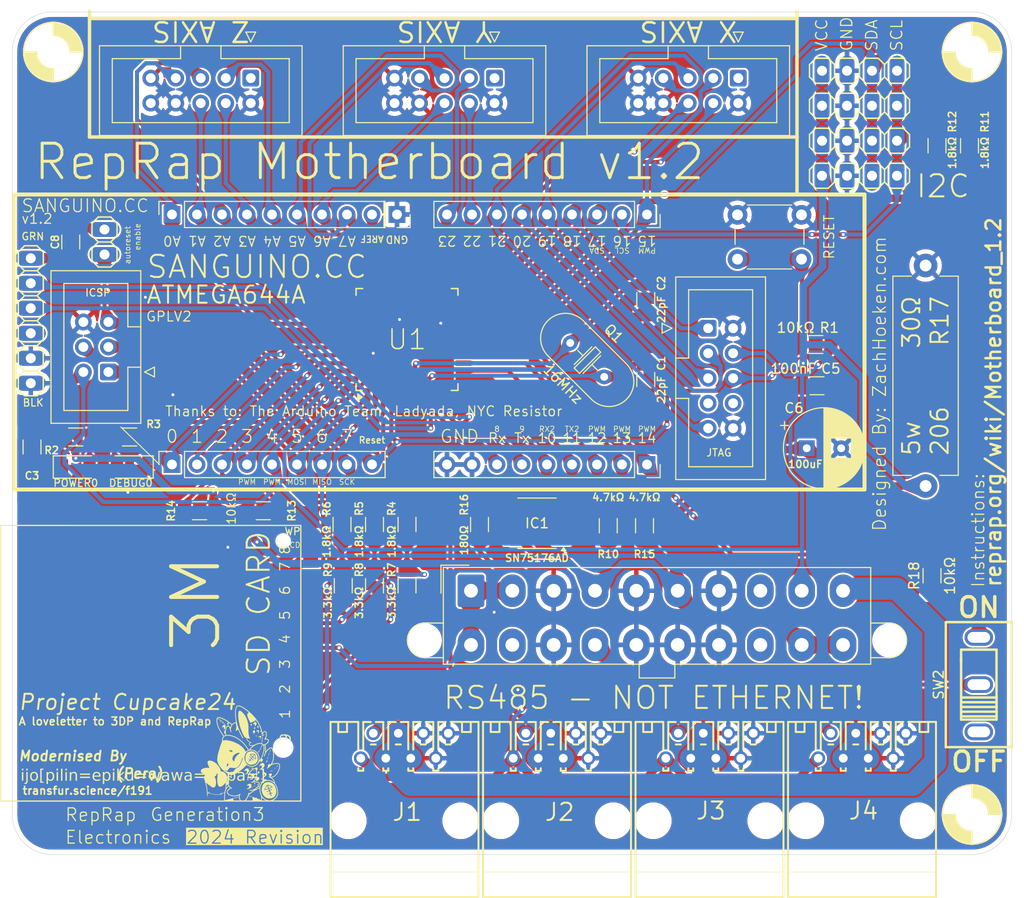
<source format=kicad_pcb>
(kicad_pcb (version 20240108) (generator "pcbnew") (generator_version "8.0")
  (layers (0 "F.Cu" signal) (31 "B.Cu" signal) (34 "B.Paste" user) (35 "F.Paste" user) (36 "B.SilkS" user "B.Silkscreen") (37 "F.SilkS" user "F.Silkscreen") (38 "B.Mask" user) (39 "F.Mask" user) (44 "Edge.Cuts" user))
  (net 0 "")
  (net 1 "VCC")
  (net 2 "GND")
  (net 3 "+12V")
  (net 4 "Net-(U1-XTAL1)")
  (net 5 "Net-(U1-XTAL2)")
  (net 6 "/5VSB")
  (net 7 "Net-(C8-Pad2)")
  (net 8 "/RTS#")
  (net 9 "/RS485A")
  (net 10 "/INT1")
  (net 11 "/D12-RS485_HIGH")
  (net 12 "/INT0")
  (net 13 "/D13-RS485_LOW")
  (net 14 "/RS485B")
  (net 15 "/A5-Y_MAX")
  (net 16 "/A3-Z_DIR")
  (net 17 "/D14")
  (net 18 "/RESET")
  (net 19 "/SDA")
  (net 20 "/A1-Z_MIN")
  (net 21 "/D22-Y_DIR")
  (net 22 "/AREF")
  (net 23 "/SD_PROTECT")
  (net 24 "/D15-X_STEP")
  (net 25 "/D21-X_MAX")
  (net 26 "/D18-X_DIR")
  (net 27 "/A4-Z_STEP")
  (net 28 "/SD_DETECT")
  (net 29 "/D19-X_EN")
  (net 30 "/RXD")
  (net 31 "/A2-Z_EN")
  (net 32 "/D23-Y_STEP")
  (net 33 "/SS")
  (net 34 "/A7-Y_EN")
  (net 35 "/A6-X_MIN")
  (net 36 "/B0-LED")
  (net 37 "/TXD")
  (net 38 "/B1")
  (net 39 "/SCL")
  (net 40 "/A0-Z_MAX")
  (net 41 "/D20-X_MIN")
  (net 43 "Net-(POWER0-A)")
  (net 44 "Net-(DEBUG0-A)")
  (net 45 "Net-(U$8-5-CLK)")
  (net 46 "Net-(U$8-2-DATA_INPUT)")
  (net 47 "Net-(U$8-1-CHIP_SELECT)")
  (net 55 "+3V3")
  (net 59 "/SPI-MISO")
  (net 60 "/SPI-MOSI")
  (net 61 "/SPI-SCK")
  (net 62 "Net-(SW2-B)")
  (footprint "CustomFootprints:M3 Mounting Hole ~ Classic" (layer "F.Cu") (at 195.2371 66.2686)
    (property "Reference" "H2" (hide yes))
    (property "Value" "M3 Mounting Hole" (hide yes))
  )
  (footprint "Resistor_SMD:R_1206_3216Metric_Pad1.30x1.75mm_HandSolder" (layer "F.Cu") (at 145.1991 114.2746 -90)
    (property "Reference" "R16")
    (property "Value" "180Ω")
  )
  (footprint "Capacitor_SMD:C_1206_3216Metric_Pad1.33x1.80mm_HandSolder" (layer "F.Cu") (at 103.6701 85.5726 90)
    (property "Reference" "C8")
    (property "Value" "22pF")
  )
  (footprint "Package_SO:SOIC-8_3.9x4.9mm_P1.27mm" (layer "F.Cu") (at 151.0411 114.1476 180)
    (property "Reference" "IC1")
    (property "Value" "SN75176AD")
  )
  (footprint "PCM_Crystal_AKL:Crystal_HC49-U_Vertical" (layer "F.Cu") (at 157.868912 99.280212 135)
    (property "Reference" "Q1")
    (property "Value" "16MHz")
  )
  (footprint "Capacitor_THT:CP_Radial_D8.0mm_P3.50mm" (layer "F.Cu") (at 178.4451 106.5276)
    (property "Reference" "C6")
    (property "Value" "100uF")
  )
  (footprint "motherboard:555164-1" (layer "F.Cu") (at 184.0611 143.2306)
    (property "Reference" "J4")
    (property "Value" "555164-1" (hide yes))
  )
  (footprint "Connector_IDC:IDC-Header_2x05_P2.54mm_Vertical" (layer "F.Cu") (at 121.9581 68.9236 -90)
    (property "Reference" "SV5" (hide yes))
    (property "Value" "IDC-2x5" (hide yes))
  )
  (footprint "LED_SMD:LED_1206_3216Metric" (layer "F.Cu") (at 109.7661 108.4326 180)
    (property "Reference" "DEBUG0")
    (property "Value" "LEDCHIPLED_1206" (hide yes))
  )
  (footprint "Capacitor_SMD:C_1206_3216Metric_Pad1.33x1.80mm_HandSolder" (layer "F.Cu") (at 162.0901 99.5426 -90)
    (property "Reference" "C1")
    (property "Value" "22pF")
  )
  (footprint "Resistor_SMD:R_1206_3216Metric_Pad1.30x1.75mm_HandSolder" (layer "F.Cu") (at 158.2801 114.4016 -90)
    (property "Reference" "R10")
    (property "Value" "4.7kΩ")
  )
  (footprint "Resistor_SMD:R_1206_3216Metric_Pad1.30x1.75mm_HandSolder" (layer "F.Cu") (at 104.1781 105.3846 180)
    (property "Reference" "R2")
    (property "Value" "1kΩ" (hide yes))
  )
  (footprint "Resistor_SMD:R_1206_3216Metric_Pad1.30x1.75mm_HandSolder" (layer "F.Cu") (at 131.2291 114.2746 90)
    (property "Reference" "R6")
    (property "Value" "1.8kΩ")
  )
  (footprint "CustomFootprints:M3 Mounting Hole ~ Classic" (layer "F.Cu") (at 195.2371 143.7386)
    (property "Reference" "H3" (hide yes))
    (property "Value" "M3 Mounting Hole" (hide yes))
  )
  (footprint "motherboard:1X02" (layer "F.Cu") (at 107.0991 85.5726 -90)
    (property "Reference" "JP8" (hide yes))
    (property "Value" "PINHD-1X2" (hide yes))
  )
  (footprint "Resistor_SMD:R_1206_3216Metric_Pad1.30x1.75mm_HandSolder" (layer "F.Cu") (at 134.5311 114.2746 90)
    (property "Reference" "R5")
    (property "Value" "1.8kΩ")
  )
  (footprint "Capacitor_SMD:C_1206_3216Metric_Pad1.33x1.80mm_HandSolder" (layer "F.Cu") (at 162.0901 91.4146 90)
    (property "Reference" "C2")
    (property "Value" "22pF")
  )
  (footprint "motherboard:555164-1" (layer "F.Cu") (at 168.5671 143.2306)
    (property "Reference" "J3")
    (property "Value" "555164-1" (hide yes))
  )
  (footprint "motherboard:1X06" (layer "F.Cu") (at 99.6061 93.5736 90)
    (property "Reference" "JP5" (hide yes))
    (property "Value" "PINHD-1X6" (hide yes))
  )
  (footprint "Resistor_SMD:R_1206_3216Metric_Pad1.30x1.75mm_HandSolder" (layer "F.Cu") (at 109.6391 105.3846)
    (property "Reference" "R3")
    (property "Value" "1kΩ" (hide yes))
  )
  (footprint "motherboard:1X04" (layer "F.Cu") (at 183.8071 68.1736)
    (property "Reference" "JP16" (hide yes))
    (property "Value" "PINHD-1X4" (hide yes))
  )
  (footprint "Package_QFP:TQFP-44_10x10mm_P0.8mm" (layer "F.Cu") (at 137.8331 95.4786 90)
    (property "Reference" "U1")
    (property "Value" "ATmega644A-A")
  )
  (footprint "Connector_PinSocket_2.54mm:PinSocket_1x09_P2.54mm_Vertical" (layer "F.Cu") (at 162.2171 108.1786 -90)
    (property "Reference" "J8" (hide yes))
    (property "Value" "Conn_01x09")
  )
  (footprint "motherboard:555164-1" (layer "F.Cu") (at 137.5791 143.2306)
    (property "Reference" "J1")
    (property "Value" "555164-1" (hide yes))
  )
  (footprint "Connector_PinSocket_2.54mm:PinSocket_1x01_P2.54mm_Vertical" (layer "F.Cu") (at 136.8171 82.7786 -90)
    (property "Reference" "J9" (hide yes))
    (property "Value" "Conn_01x01")
  )
  (footprint "Connector_PinSocket_2.54mm:PinSocket_1x09_P2.54mm_Vertical" (layer "F.Cu") (at 113.9571 82.7786 90)
    (property "Reference" "J5" (hide yes))
    (property "Value" "Conn_01x09")
  )
  (footprint "Connector_IDC:IDC-Header_2x05_P2.54mm_Vertical" (layer "F.Cu") (at 171.4881 68.9236 -90)
    (property "Reference" "SV3" (hide yes))
    (property "Value" "IDC-2x5" (hide yes))
  )
  (footprint "Connector_Molex:Molex_Mini-Fit_Jr_5566-20A2_2x10_P4.20mm_Vertical" (layer "F.Cu") (at 144.3331 121.0056)
    (property "Reference" "X1" (hide yes))
    (property "Value" "ATX-20")
  )
  (footprint "Resistor_SMD:R_1206_3216Metric_Pad1.30x1.75mm_HandSolder" (layer "F.Cu") (at 179.3621 95.9866)
    (property "Reference" "R1")
    (property "Value" "10kΩ")
  )
  (footprint "Connector_PinSocket_2.54mm:PinSocket_1x09_P2.54mm_Vertical" (layer "F.Cu") (at 113.957807 108.179307 90)
    (property "Reference" "J6" (hide yes))
    (property "Value" "Conn_01x09")
  )
  (footprint "Connector_IDC:IDC-Header_2x03_P2.54mm_Vertical" (layer "F.Cu") (at 107.4921 98.7806 180)
    (property "Reference" "SV1" (hide yes))
    (property "Value" "IDC-2x3" (hide yes))
  )
  (footprint "LED_SMD:LED_1206_3216Metric" (layer "F.Cu") (at 104.1781 108.4326)
    (property "Reference" "POWER0")
    (property "Value" "LEDCHIPLED_1206" (hide yes))
  )
  (footprint "Resistor_SMD:R_1206_3216Metric_Pad1.30x1.75mm_HandSolder" (layer "F.Cu") (at 137.8331 114.2746 90)
    (property "Reference" "R4")
    (property "Value" "1.8kΩ")
  )
  (footprint "Connector_PinSocket_2.54mm:PinSocket_1x09_P2.54mm_Vertical" (layer "F.Cu") (at 162.2171 82.7786 -90)
    (property "Reference" "J7" (hide yes))
    (property "Value" "Conn_01x09")
  )
  (footprint "motherboard:1X04" (layer "F.Cu") (at 183.8071 78.8416)
    (property "Reference" "JP20" (hide yes))
    (property "Value" "PINHD-1X4" (hide yes))
  )
  (footprint "Resistor_SMD:R_1206_3216Metric_Pad1.30x1.75mm_HandSolder" (layer "F.Cu") (at 191.1731 119.4816 90)
    (property "Reference" "R18")
    (property "Value" "10kΩ")
  )
  (footprint "Resistor_SMD:R_1206_3216Metric_Pad1.30x1.75mm_HandSolder" (layer "F.Cu") (at 161.9631 114.4016 -90)
    (property "Reference" "R15")
    (property "Value" "4.7kΩ")
  )
  (footprint "Resistor_SMD:R_1206_3216Metric_Pad1.30x1.75mm_HandSolder" (layer "F.Cu") (at 191.6811 75.7936 -90)
    (property "Reference" "R12")
    (property "Value" "1.8kΩ")
  )
  (footprint "CustomFootprints:peranyd" (layer "F.Cu") (at 135.865331 86.655532)
    (property "Reference" "G***" (hide yes))
    (property "Value" "LOGO" (hide yes))
  )
  (footprint "Resistor_SMD:R_1206_3216Metric_Pad1.30x1.75mm_HandSolder" (layer "F.Cu") (at 194.9831 75.7936 90)
    (property "Reference" "R11")
    (property "Value" "1.8kΩ")
  )
  (footprint "PCM_Resistor_THT_AKL:R_Axial_Power_L20.0mm_W6.4mm_P22.40mm" (layer "F.Cu") (at 190.5201 87.9616 -90)
    (property "Reference" "R17")
    (property "Value" "30Ω")
  )
  (footprint "motherboard:3M-SDCARD" (layer "F.Cu") (at 111.5441 128.3716 -90)
    (property "Reference" "U$8" (hide yes))
    (property "Value" "SDCARD" (hide yes))
  )
  (footprint "motherboard:1X04" (layer "F.Cu") (at 183.8071 71.7296)
    (property "Reference" "JP15" (hide yes))
    (property "Value" "PINHD-1X4" (hide yes))
  )
  (footprint "CustomFootprints:M3 Mounting Hole ~ Classic" (layer "F.Cu") (at 101.8921 66.2686)
    (property "Reference" "H1" (hide yes))
    (property "Value" "M3 Mounting Hole" (hide yes))
  )
  (footprint "Resistor_SMD:R_1206_3216Metric_Pad1.30x1.75mm_HandSolder" (layer "F.Cu") (at 134.5311 120.4976 90)
    (property "Reference" "R8")
    (property "Value" "3.3kΩ")
  )
  (footprint "Connector_IDC:IDC-Header_2x05_P2.54mm_Vertical" (layer "F.Cu") (at 168.4281 94.3356)
    (property "Reference" "SV2" (hide yes))
    (property "Value" "IDC-2x5" (hide yes))
  )
  (footprint "Connector_IDC:IDC-Header_2x05_P2.54mm_Vertical" (layer "F.Cu") (at 146.7231 68.9236 -90)
    (property "Reference" "SV4" (hide yes))
    (property "Value" "IDC-2x5" (hide yes))
  )
  (footprint "EASYEDA Footprints:SW-TH_SHOU-HAN_SS12D10G4" (layer "F.Cu") (at 195.9281 130.5426 90)
    (property "Reference" "SW2")
    (property "Value" "SW_SPDT" (hide yes))
  )
  (footprint "Capacitor_SMD:C_1206_3216Metric_Pad1.33x1.80mm_HandSolder" (layer "F.Cu") (at 179.4891 100.1776)
    (property "Reference" "C5")
    (property "Value" "100nF")
  )
  (footprint "Button_Switch_THT:SW_PUSH_6mm_H5mm" (layer "F.Cu") (at 177.9131 87.3146 180)
    (property "Reference" "SW1" (hide yes))
    (property "Value" "SW_SPST" (hide yes))
  )
  (footprint "Resistor_SMD:R_1206_3216Metric_Pad1.30x1.75mm_HandSolder" (layer "F.Cu") (at 131.3561 120.4976 90)
    (property "Reference" "R9")
    (property "Value" "3.3kΩ")
  )
  (footprint "Capacitor_SMD:C_1206_3216Metric_Pad1.33x1.80mm_HandSolder" (layer "F.Cu") (at 99.7331 106.4006 90)
    (property "Reference" "C3")
    (property "Value" "100nF")
  )
  (footprint "Resistor_SMD:R_1206_3216Metric_Pad1.30x1.75mm_HandSolder" (layer "F.Cu") (at 116.7511 112.8776)
    (property "Reference" "R14")
    (property "Value" "10kΩ")
  )
  (footprint "Resistor_SMD:R_1206_3216Metric_Pad1.30x1.75mm_HandSolder" (layer "F.Cu") (at 123.2281 112.8776 180)
    (property "Reference" "R13")
    (property "Value" "10kΩ")
  )
  (footprint "motherboard:1X04" (layer "F.Cu") (at 183.8071 75.2856)
    (property "Reference" "JP14" (hide yes))
    (property "Value" "PINHD-1X4" (hide yes))
  )
  (footprint "Resistor_SMD:R_1206_3216Metric_Pad1.30x1.75mm_HandSolder" (layer "F.Cu") (at 137.8331 120.4976 90)
    (property "Reference" "R7")
    (property "Value" "3.3kΩ")
  )
  (footprint "motherboard:555164-1" (layer "F.Cu") (at 153.0731 143.2306)
    (property "Reference" "J2")
    (property "Value" "555164-1" (hide yes))
  )
  (gr_line (start 184.3151 80.7466) (end 184.3151 110.7186) (stroke (width 0.4064)) (layer "F.SilkS"))
  (gr_line (start 96.5441 142.3716) (end 103.5441 142.3716) (stroke (width 0.1)) (layer "F.SilkS"))
  (gr_line (start 105.5751 74.9046) (end 105.5751 62.103) (stroke (width 0.35)) (layer "F.SilkS"))
  (gr_line (start 177.4571 80.645) (end 177.4571 74.9046) (stroke (width 0.35)) (layer "F.SilkS"))
  (gr_line (start 177.4571 74.9046) (end 177.4571 62.103) (stroke (width 0.35)) (layer "F.SilkS"))
  (gr_line (start 184.3151 110.7186) (end 97.9551 110.7186) (stroke (width 0.4064)) (layer "F.SilkS"))
  (gr_line (start 105.5751 62.865) (end 177.4571 62.865) (stroke (width 0.35)) (layer "F.SilkS"))
  (gr_line (start 169.672 80.5942) (end 169.672 80.5942) (stroke (width 0.1)) (layer "F.SilkS"))
  (gr_line (start 96.5441 114.3716) (end 103.5441 114.3716) (stroke (width 0.1)) (layer "F.SilkS"))
  (gr_line (start 112.6871 108.1786) (end 108.7501 104.3686) (stroke (width 0.1)) (layer "F.SilkS"))
  (gr_line (start 177.4571 74.9046) (end 105.5751 74.9046) (stroke (width 0.35)) (layer "F.SilkS"))
  (gr_line (start 97.9551 110.7186) (end 97.9551 80.7466) (stroke (width 0.4064)) (layer "F.SilkS"))
  (gr_line (start 97.9551 80.7466) (end 184.3151 80.7466) (stroke (width 0.4064)) (layer "F.SilkS"))
  (gr_arc (start 97.7391 66.2356) (mid 98.918288 63.388788) (end 101.7651 62.2096) (stroke (width 0.05)) (layer "Edge.Cuts"))
  (gr_line (start 101.7651 147.7976) (end 195.2371 147.7976) (stroke (width 0.05)) (layer "Edge.Cuts"))
  (gr_arc (start 195.2371 62.2096) (mid 198.083912 63.388788) (end 199.2631 66.2356) (stroke (width 0.05)) (layer "Edge.Cuts"))
  (gr_line (start 199.2631 143.7716) (end 199.2631 66.2356) (stroke (width 0.05)) (layer "Edge.Cuts"))
  (gr_line (start 195.2371 62.2096) (end 101.7651 62.2096) (stroke (width 0.05)) (layer "Edge.Cuts"))
  (gr_line (start 97.7391 66.2356) (end 97.7391 143.7716) (stroke (width 0.05)) (layer "Edge.Cuts"))
  (gr_arc (start 101.7651 147.7976) (mid 98.918288 146.618412) (end 97.7391 143.7716) (stroke (width 0.05)) (layer "Edge.Cuts"))
  (gr_arc (start 199.2631 143.7716) (mid 198.083912 146.618412) (end 195.2371 147.7976) (stroke (width 0.05)) (layer "Edge.Cuts"))
  (gr_text "Reset" (at 134.277807 106.085893 0) (layer "F.SilkS") (effects (font (size 0.65 0.65) (thickness 0.12) (bold yes)) (justify bottom)))
  (gr_text "PWM" (at 162.216393 86.106 180) (layer "F.SilkS") (effects (font (size 0.55 0.55) (thickness 0.075)) (justify bottom)))
  (gr_text "Rx" (at 146.977807 106.085893 0) (layer "F.SilkS") (effects (font (size 1 1) (thickness 0.12)) (justify bottom)))
  (gr_text "PWM" (at 124.117807 110.271307 0) (layer "F.SilkS") (effects (font (size 0.55 0.55) (thickness 0.075)) (justify bottom)))
  (gr_text "(Pera)" (at 108.204 139.573 0) (layer "F.SilkS") (effects (font (size 1 1) (thickness 0.2) (bold yes) (italic yes)) (justify left)))
  (gr_text "TX2" (at 154.597807 104.902 0) (layer "F.SilkS") (effects (font (size 0.55 0.55) (thickness 0.075)) (justify bottom)))
  (gr_text "10kΩ" (at 119.9896 112.649 90) (layer "F.SilkS") (effects (font (size 0.85 0.85) (thickness 0.12))))
  (gr_text "PWM" (at 162.217807 104.902 0) (layer "F.SilkS") (effects (font (size 0.55 0.55) (thickness 0.075)) (justify bottom)))
  (gr_text "SCL" (at 188.2521 66.2686 90) (layer "F.SilkS") (effects (font (size 1.15 1.15) (thickness 0.12)) (justify left bottom)))
  (gr_text "PWM" (at 159.677807 104.902 0) (layer "F.SilkS") (effects (font (size 0.55 0.55) (thickness 0.075)) (justify bottom)))
  (gr_text "21" (at 146.976393 84.871307 180) (layer "F.SilkS") (effects (font (size 1 1) (thickness 0.12)) (justify bottom)))
  (gr_text "transfur.science/f191" (at 98.679 140.843 0) (layer "F.SilkS") (effects (font (size 0.8 0.8) (thickness 0.16) (bold yes)) (justify left top)))
  (gr_text "ijo[pilin=epiku=wawa=anpa=]" (at 98.552 139.827 0) (layer "F.SilkS") (effects (font (size 1.15 1.15)) (justify left)))
  (gr_text "7" (at 131.737807 106.085893 0) (layer "F.SilkS") (effects (font (size 1.3 1.3) (thickness 0.12)) (justify bottom)))
  (gr_text "4" (at 124.117807 106.085893 0) (layer "F.SilkS") (effects (font (size 1.3 1.3) (thickness 0.12)) (justify bottom)))
  (gr_text "SDA" (at 157.136393 86.106 180) (layer "F.SilkS") (effects (font (size 0.55 0.55) (thickness 0.075)) (justify bottom)))
  (gr_text "MOSI" (at 126.657807 110.271307 0) (layer "F.SilkS") (effects (font (size 0.55 0.55) (thickness 0.075)) (justify bottom)))
  (gr_text "15" (at 162.216393 84.871307 180) (layer "F.SilkS") (effects (font (size 1 1) (thickness 0.12)) (justify bottom)))
  (gr_text "SANGUINO.CC" (at 98.5901 82.6516 0) (layer "F.SilkS") (effects (font (size 1.3 1.3) (thickness 0.12)) (justify left bottom)))
  (gr_text "Modernised By" (at 98.298 137.795 0) (layer "F.SilkS") (effects (font (size 1 1) (thickness 0.2) (bold yes) (italic yes)) (justify left)))
  (gr_text "VCC" (at 180.6321 66.2686 90) (layer "F.SilkS") (effects (font (size 1.15 1.15) (thickness 0.12)) (justify left bottom)))
  (gr_text "1" (at 116.497807 106.085893 0) (layer "F.SilkS") (effects (font (size 1.3 1.3) (thickness 0.12)) (justify bottom)))
  (gr_text "I2C" (at 189.419774 78.5876 0) (layer "F.SilkS") (effects (font (size 2.25 2.25) (thickness 0.2)) (justify left top)))
  (gr_text "19" (at 152.056393 84.871307 180) (layer "F.SilkS") (effects (font (size 1 1) (thickness 0.12)) (justify bottom)))
  (gr_text "A3" (at 121.576393 84.871307 180) (layer "F.SilkS") (effects (font (size 1 1) (thickness 0.12)) (justify bottom)))
  (gr_text "Thanks to: The Arduino Team, Ladyada, NYC Resistor" (at 113.1951 103.3526 0) (layer "F.SilkS") (effects (font (size 1 1) (thickness 0.12)) (justify left bottom)))
  (gr_text "SANGUINO.CC" (at 111.252 89.408 0) (layer "F.SilkS") (effects (font (size 2.25 2.25) (thickness 0.2)) (justify left bottom)))
  (gr_text "A4" (at 124.116393 84.871307 180) (layer "F.SilkS") (effects (font (size 1 1) (thickness 0.12)) (justify bottom)))
  (gr_text "enable" (at 110.7821 86.4616 90) (layer "F.SilkS") (effects (font (size 0.55 0.55) (thickness 0.075)) (justify left bottom)))
  (gr_text "10" (at 152.057807 106.085893 0) (layer "F.SilkS") (effects (font (size 1 1) (thickness 0.12)) (justify bottom)))
  (gr_text "GPLV2" (at 111.252 93.726 0) (layer "F.SilkS") (effects (font (size 1 1) (thickness 0.12)) (justify left bottom)))
  (gr_text "A1" (at 116.496393 84.871307 180) (layer "F.SilkS") (effects (font (size 1 1) (thickness 0.12)) (justify bottom)))
  (gr_text "0" (at 113.957807 106.085893 0) (layer "F.SilkS") (effects (font (size 1.3 1.3) (thickness 0.12)) (justify bottom)))
  (gr_text "14" (at 162.217807 106.085893 0) (layer "F.SilkS") (effects (font (size 1 1) (thickness 0.12)) (justify bottom)))
  (gr_text "18" (at 154.596393 84.871307 180) (layer "F.SilkS") (effects (font (size 1 1) (thickness 0.12)) (justify bottom)))
  (gr_text "GRN" (at 98.5901 85.4456 0) (layer "F.SilkS") (effects (font (size 0.75 0.75) (thickness 0.12)) (justify left bottom)))
  (gr_text "16" (at 159.676393 84.871307 180) (layer "F.SilkS") (effects (font (size 1 1) (thickness 0.12)) (justify bottom)))
  (gr_text "RESET" (at 180.1368 85.0646 90) (layer "F.SilkS") (effects (font (size 1 1) (thickness 0.12)) (justify top)))
  (gr_text "9" (at 149.517807 104.902 0) (layer "F.SilkS") (effects (font (size 0.55 0.55) (thickness 0.075)) (justify bottom)))
  (gr_text "5w" (at 189.0801 107.4016 90) (layer "F.SilkS") (effects (font (size 1.75 1.75) (thickness 0.2)) (justify left)))
  (gr_text "2024 Revision" (at 115.316 146.812 0) (layer "F.SilkS" knockout) (effects (font (size 1.3 1.3) (thickness 0.12)) (justify left bottom)))
  (gr_text "A loveletter to 3DP and RepRap" (at 98.298 134.7395 0) (layer "F.SilkS") (effects (font (size 0.8 0.8) (thickness 0.15) (bold yes)) (justify left bottom)))
  (gr_text "BLK" (at 98.7171 102.3366 0) (layer "F.SilkS") (effects (font (size 0.75 0.75) (thickness 0.12)) (justify left bottom)))
  (gr_text "autoreset" (at 109.7661 87.8586 90) (layer "F.SilkS") (effects (font (size 0.55 0.55) (thickness 0.075)) (justify left bottom)))
  (gr_text "OFF" (at 195.9281 137.2126 0) (layer "F.SilkS") (effects (font (size 2 2) (thickness 0.35) (bold yes)) (justify top)))
  (gr_text "MISO" (at 129.197807 110.271307 0) (layer "F.SilkS") (effects (font (size 0.55 0.55) (thickness 0.075)) (justify bottom)))
  (gr_text "GND" (at 183.1721 66.2686 90) (layer "F.SilkS") (effects (font (size 1.15 1.15) (thickness 0.12)) (justify left bottom)))
  (gr_text "v1.2" (at 98.5901 83.7946 0) (layer "F.SilkS") (effects (font (size 1 1) (thickness 0.12)) (justify left bottom)))
  (gr_text "PWM" (at 157.137807 104.902 0) (layer "F.SilkS") (effects (font (size 0.55 0.55) (thickness 0.075)) (justify bottom)))
  (gr_text "Project Cupcake24" (at 98.298 133.223 0) (layer "F.SilkS") (effects (font (size 1.55 1.55) (thickness 0.2) (bold yes) (italic yes)) (justify left bottom)))
  (gr_text "Tx" (at 149.517807 106.085893 0) (layer "F.SilkS") (effects (font (size 1 1) (thickness 0.12)) (justify bottom)))
  (gr_text "8" (at 146.977807 104.902 0) (layer "F.SilkS") (effects (font (size 0.55 0.55) (thickness 0.075)) (justify bottom)))
  (gr_text "X AXIS" (at 166.4081 65.3288 180) (layer "F.SilkS") (effects (font (size 2 2) (thickness 0.25)) (justify top)))
  (gr_text "GND" (at 136.816393 84.871307 180) (layer "F.SilkS") (effects (font (size 0.75 0.75) (thickness 0.12)) (justify bottom)))
  (gr_text "reprap.org/wiki/Motherboard_1.2" (at 196.5452 120.7516 90) (layer "F.SilkS") (effects (font (size 1.5 1.5) (thickness 0.25) (bold yes)) (justify left top)))
  (gr_text "6" (at 129.197807 106.085893 0) (layer "F.SilkS") (effects (font (size 1.3 1.3) (thickness 0.12)) (justify bottom)))
  (gr_text "5" (at 126.657807 106.085893 0) (layer "F.SilkS") (effects (font (size 1.3 1.3) (thickness 0.12)) (justify bottom)))
  (gr_text "Electronics" (at 103.0224 146.812 0) (layer "F.SilkS") (effects (font (size 1.3 1.3) (thickness 0.12)) (justify left bottom)))
  (gr_text "13" (at 159.677807 106.085893 0) (layer "F.SilkS") (effects (font (size 1 1) (thickness 0.12)) (justify bottom)))
  (gr_text "RepRap Motherboard v1.2" (at 99.7331 79.4766 0) (layer "F.SilkS") (effects (font (size 3.5 3.5) (thickness 0.3)) (justify left bottom)))
  (gr_text "A6" (at 129.196393 84.871307 180) (layer "F.SilkS") (effects (font (size 1 1) (thickness 0.12)) (justify bottom)))
  (gr_text "Generation3" (at 111.6711 144.5006 0) (layer "F.SilkS") (effects (font (size 1.3 1.3) (thickness 0.12)) (justify left bottom)))
  (gr_text "Z AXIS" (at 116.8781 65.3288 180) (layer "F.SilkS") (effects (font (size 2 2) (thickness 0.25)) (justify top)))
  (gr_text "SCL" (at 159.676393 86.106 180) (layer "F.SilkS") (effects (font (size 0.55 0.55) (thickness 0.075)) (justify bottom)))
  (gr_text "SCK" (at 131.737807 110.271307 0) (layer "F.SilkS") (effects (font (size 0.55 0.55) (thickness 0.075)) (justify bottom)))
  (gr_text "3" (at 121.577807 106.085893 0) (layer "F.SilkS") (effects (font (size 1.3 1.3) (thickness 0.12)) (justify bottom)))
  (gr_text "RepRap" (at 103.0224 144.526 0) (layer "F.SilkS") (effects (font (size 1.3 1.3) (thickness 0.12)) (justify left bottom)))
  (gr_text "22" (at 144.436393 84.871307 180) (layer "F.SilkS") (effects (font (size 1 1) (thickness 0.12)) (justify bottom)))
  (gr_text "12" (at 157.137807 106.085893 0) (layer "F.SilkS") (effects (font (size 1 1) (thickness 0.12)) (justify bottom)))
  (gr_text "11" (at 154.597807 106.085893 0) (layer "F.SilkS") (effects (font (size 1 1) (thickness 0.12)) (justify bottom)))
  (gr_text "Y AXIS" (at 141.6431 65.3288 180) (layer "F.SilkS") (effects (font (size 2 2) (thickness 0.25)) (justify top)))
  (gr_text "ON" (at 195.9281 123.8726 0) (layer "F.SilkS") (effects (font (size 2 2) (thickness 0.35) (bold yes)) (justify bottom)))
  (gr_text "206" (at 191.9601 107.4016 90) (layer "F.SilkS") (effects (font (size 1.75 1.75) (thickness 0.2)) (justify left)))
  (gr_text "A7" (at 131.736393 84.871307 180) (layer "F.SilkS") (effects (font (size 1 1) (thickness 0.12)) (justify bottom)))
  (gr_text "RX2" (at 152.057807 104.902 0) (layer "F.SilkS") (effects (font (size 0.55 0.55) (thickness 0.075)) (justify bottom)))
  (gr_text "20" (at 149.516393 84.871307 180) (layer "F.SilkS") (effects (font (size 1 1) (thickness 0.12)) (justify bottom)))
  (gr_text "AREF" (at 134.276393 84.871307 180) (layer "F.SilkS") (effects (font (size 0.65 0.65) (thickness 0.12)) (justify bottom)))
  (gr_text "SDA" (at 185.7121 66.2686 90) (layer "F.SilkS") (effects (font (size 1.15 1.15) (thickness 0.12)) (justify left bottom)))
  (gr_text "GND" (at 143.167807 106.085893 0) (layer "F.SilkS") (effects (font (size 1.3 1.3) (thickness 0.12)) (justify bottom)))
  (gr_text "2" (at 119.037807 106.085893 0) (layer "F.SilkS") (effects (font (size 1.3 1.3) (thickness 0.12)) (justify bottom)))
  (gr_text "17" (at 157.136393 84.871307 180) (layer "F.SilkS") (effects (font (size 1 1) (thickness 0.12)) (justify bottom)))
  (gr_text "Designed By: ZachHoeken.com" (at 186.6011 115.0366 90) (layer "F.SilkS") (effects (font (size 1.3 1.3) (thickness 0.12)) (justify left bottom)))
  (gr_text "A5" (at 126.656393 84.871307 180) (layer "F.SilkS") (effects (font (size 1 1) (thickness 0.12)) (justify bottom)))
  (gr_text "PWM" (at 121.577807 110.271307 0) (layer "F.SilkS") (effects (font (size 0.55 0.55) (thickness 0.075)) (justify bottom)))
  (gr_text "A2" (at 119.036393 84.871307 180) (layer "F.SilkS") (effects (font (size 1 1) (thickness 0.12)) (justify bottom)))
  (gr_text "ICSP" (at 105.0671 91.1606 0) (layer "F.SilkS") (effects (font (size 0.75 0.75) (thickness 0.12)) (justify left bottom)))
  (gr_text "RS485 - NOT ETHERNET!" (at 141.3891 133.1976 0) (layer "F.SilkS") (effects (font (size 2.25 2.25) (thickness 0.2)) (justify left bottom)))
  (gr_text "JTAG" (at 168.1861 107.4166 0) (layer "F.SilkS") (effects (font (size 0.75 0.75) (thickness 0.12)) (justify left bottom)))
  (gr_text "ATMEGA644A" (at 111.252 89.916 0) (layer "F.SilkS") (effects (font (size 1.75 1.75) (thickness 0.2)) (justify left top)))
  (gr_text "A0" (at 113.956393 84.871307 180) (layer "F.SilkS") (effects (font (size 1 1) (thickness 0.12)) (justify bottom)))
  (gr_text "23" (at 141.896393 84.871307 180) (layer "F.SilkS") (effects (font (size 1 1) (thickness 0.12)) (justify bottom)))
  (gr_text "Instructions:" (at 196.596 120.7516 90) (layer "F.SilkS") (effects (font (size 1.25 1.25) (thickness 0.12)) (justify left bottom)))
  (segment (start 167.4368 123.7488) (end 175.3743 123.7488) (width 0.75) (layer "F.Cu") (net 1))
  (segment (start 104.1781 106.8066) (end 104.1781 107.5436) (width 0.75) (layer "F.Cu") (net 1))
  (segment (start 178.0921 97.8916) (end 178.0891 97.8946) (width 0.75) (layer "F.Cu") (net 1))
  (segment (start 175.3743 123.7488) (end 178.1311 126.5056) (width 0.75) (layer "F.Cu") (net 1))
  (segment (start 162.1151 115.8236) (end 165.3331 119.0416) (width 0.75) (layer "F.Cu") (net 1))
  (segment (start 179.9971 75.2856) (end 179.9971 71.7296) (width 0.75) (layer "F.Cu") (net 1))
  (segment (start 121.8061 115.2656) (end 122.5931 116.0526) (width 0.75) (layer "F.Cu") (net 1))
  (segment (start 165.3331 121.6451) (end 167.4368 123.7488) (width 0.75) (layer "F.Cu") (net 1))
  (segment (start 150.876 117.348) (end 149.5806 116.0526) (width 0.75) (layer "F.Cu") (net 1))
  (segment (start 194.0941 77.1906) (end 194.9831 77.2156) (width 0.75) (layer "F.Cu") (net 1))
  (segment (start 179.9971 79.9211) (end 181.2036 81.1276) (width 0.75) (layer "F.Cu") (net 1))
  (segment (start 191.6811 77.2156) (end 192.5701 77.1906) (width 0.75) (layer "F.Cu") (net 1))
  (segment (start 165.3331 119.0416) (end 165.3331 121.0056) (width 0.75) (layer "F.Cu") (net 1))
  (segment (start 179.9971 78.8416) (end 179.9971 75.2856) (width 0.75) (layer "F.Cu") (net 1))
  (segment (start 102.7561 105.3846) (end 104.1781 106.8066) (width 0.75) (layer "F.Cu") (net 1))
  (segment (start 182.2791 110.3616) (end 190.5201 110.3616) (width 0.75) (layer "F.Cu") (net 1))
  (segment (start 179.9971 71.7296) (end 179.9971 68.1736) (width 0.75) (layer "F.Cu") (net 1))
  (segment (start 149.5806 116.0526) (end 148.4411 116.0526) (width 0.75) (layer "F.Cu") (net 1))
  (segment (start 118.1481 110.8456) (end 118.1481 111.9886) (width 0.75) (layer "F.Cu") (net 1))
  (segment (start 171.8691 106.6546) (end 162.7001 115.8236) (width 0.75) (layer "F.Cu") (net 1))
  (segment (start 188.6204 81.1276) (end 191.6811 78.0669) (width 0.75) (layer "F.Cu") (net 1))
  (segment (start 191.6811 78.0669) (end 191.6811 77.2156) (width 0.75) (layer "F.Cu") (net 1))
  (segment (start 118.1731 112.8776) (end 121.8061 112.8776) (width 0.75) (layer "F.Cu") (net 1))
  (segment (start 181.2036 81.1276) (end 188.6204 81.1276) (width 0.75) (layer "F.Cu") (net 1))
  (segment (start 121.8061 112.8776) (end 121.8061 115.2656) (width 0.75) (layer "F.Cu") (net 1))
  (segment (start 192.5701 77.1906) (end 194.0941 77.1906) (width 0.75) (layer "F.Cu") (net 1))
  (segment (start 178.0891 97.8946) (end 178.0891 100.1776) (width 0.75) (layer "F.Cu") (net 1))
  (segment (start 156.9331 120.7956) (end 153.4855 117.348) (width 0.75) (layer "F.Cu") (net 1))
  (segment (start 153.4855 117.348) (end 150.876 117.348) (width 0.75) (layer "F.Cu") (net 1))
  (segment (start 178.1311 126.5056) (end 182.1331 126.5056) (width 0.75) (layer "F.Cu") (net 1))
  (segment (start 178.4451 106.5276) (end 182.2791 110.3616) (width 0.75) (layer "F.Cu") (net 1))
  (segment (start 118.1481 111.9886) (end 118.1731 112.8776) (width 0.75) (layer "F.Cu") (net 1))
  (segment (start 162.7001 115.8236) (end 162.1151 115.8236) (width 0.75) (layer "F.Cu") (net 1))
  (segment (start 178.3181 106.6546) (end 171.8691 106.6546) (width 0.75) (layer "F.Cu") (net 1))
  (via (at 122.5931 116.0526) (size 0.5) (drill 0.3) (layers "F.Cu" "B.Cu") (net 1))
  (via (at 118.1481 110.8456) (size 0.5) (drill 0.3) (layers "F.Cu" "B.Cu") (net 1))
  (via (at 104.1781 107.5436) (size 0.5) (drill 0.3) (layers "F.Cu" "B.Cu") (net 1))
  (via (at 178.0921 97.8916) (size 0.5) (drill 0.3) (layers "F.Cu" "B.Cu") (net 1))
  (segment (start 162.7745 118.237) (end 165.3331 120.7956) (width 0.75) (layer "B.Cu") (net 1))
  (segment (start 178.0921 90.0176) (end 180.0641 88.0456) (width 0.75) (layer "B.Cu") (net 1))
  (segment (start 104.1781 107.5436) (end 110.4011 107.5436) (width 0.75) (layer "B.Cu") (net 1))
  (segment (start 159.7017 118.237) (end 162.7745 118.237) (width 0.75) (layer "B.Cu") (net 1))
  (segment (start 122.5931 116.0526) (end 124.7775 118.237) (width 0.75) (layer "B.Cu") (net 1))
  (segment (start 124.7775 118.237) (end 154.3745 118.237) (width 0.75) (layer "B.Cu") (net 1))
  (segment (start 180.721 96.012) (end 178.0921 96.012) (width 0.75) (layer "B.Cu") (net 1))
  (segment (start 157.0381 120.9006) (end 159.7017 118.237) (width 0.75) (layer "B.Cu") (net 1))
  (segment (start 180.0641 88.0456) (end 180.0641 78.9086) (width 0.75) (layer "B.Cu") (net 1))
  (segment (start 188.5301 110.3616) (end 184.15 105.9815) (width 0.75) (layer "B.Cu") (net 1))
  (segment (start 190.5201 110.3616) (end 188.5301 110.3616) (width 0.75) (layer "B.Cu") (net 1))
  (segment (start 178.0921 97.8916) (end 178.0921 90.0176) (width 0.75) (layer "B.Cu") (net 1))
  (segment (start 113.7031 110.8456) (end 118.1481 110.8456) (width 0.75) (layer "B.Cu") (net 1))
  (segment (start 110.4011 107.5436) (end 113.7031 110.8456) (width 0.75) (layer "B.Cu") (net 1))
  (segment (start 184.15 99.441) (end 180.721 96.012) (width 0.75) (layer "B.Cu") (net 1))
  (segment (start 184.15 105.9815) (end 184.15 99.441) (width 0.75) (layer "B.Cu") (net 1))
  (segment (start 154.3745 118.237) (end 157.0381 120.9006) (width 0.75) (layer "B.Cu") (net 1))
  (via (at 141.2621 93.8276) (size 0.5) (drill 0.3) (layers "F.Cu" "B.Cu") (net 2))
  (via (at 119.634 116.586) (size 0.5) (drill 0.3) (layers "F.Cu" "B.Cu") (net 2))
  (via (at 109.474 110.998) (size 0.5) (drill 0.3) (layers "F.Cu" "B.Cu") (net 2))
  (via (at 149.098 131.064) (size 0.5) (drill 0.3) (layers "F.Cu" "B.Cu") (net 2))
  (via (at 146.685 123.19) (size 0.5) (drill 0.3) (layers "F.Cu" "B.Cu") (net 2))
  (via (at 134.4041 96.8756) (size 0.5) (drill 0.3) (layers "F.Cu" "B.Cu") (net 2))
  (via (at 114.046 101.092) (size 0.5) (drill 0.3) (layers "F.Cu" "B.Cu") (net 2))
  (via (at 111.252 91.186) (size 0.5) (drill 0.3) (layers "F.Cu" "B.Cu") (net 2))
  (via (at 137.0711 93.4466) (size 0.5) (drill 0.3) (layers "F.Cu" "B.Cu") (net 2))
  (segment (start 135.6741 138.0236) (end 136.9441 136.7536) (width 2.25) (layer "B.Cu") (net 3))
  (segment (start 136.9441 136.7536) (end 138.2141 138.0236) (width 2.25) (layer "B.Cu") (net 3))
  (segment (start 187.5976 120.7956) (end 191.516 124.714) (width 2.25) (layer "B.Cu") (net 3))
  (segment (start 166.6621 138.0236) (end 167.9321 136.7536) (width 2.25) (layer "B.Cu") (net 3))
  (segment (start 167.9321 135.4836) (end 167.9321 140.6779) (width 2.25) (layer "B.Cu") (net 3))
  (segment (start 183.4261 140.6779) (end 183.388 140.716) (width 2.25) (layer "B.Cu") (net 3))
  (segment (start 136.9441 135.4836) (end 136.9441 136.7536) (width 2.25) (layer "B.Cu") (net 3))
  (segment (start 167.9321 136.7536) (end 167.9321 135.4836) (width 2.25) (layer "B.Cu") (net 3))
  (segment (start 152.4381 140.6779) (end 152.4 140.716) (width 2.25) (layer "B.Cu") (net 3))
  (segment (start 191.516 124.714) (end 191.516 138.43) (width 2.25) (layer "B.Cu") (net 3))
  (segment (start 183.388 140.716) (end 167.894 140.716) (width 2.25) (layer "B.Cu") (net 3))
  (segment (start 184.6961 138.0236) (end 183.4261 136.7536) (width 2.25) (layer "B.Cu") (net 3))
  (segment (start 151.1681 138.0236) (end 152.4381 136.7536) (width 2.25) (layer "B.Cu") (net 3))
  (segment (start 136.9441 139.4841) (end 138.176 140.716) (width 2.25) (layer "B.Cu") (net 3))
  (segment (start 136.9441 135.4836) (end 136.9441 139.4841) (width 2.25) (layer "B.Cu") (net 3))
  (segment (start 153.7081 138.0236) (end 152.4381 136.7536) (width 2.25) (layer "B.Cu") (net 3))
  (segment (start 182.1331 120.7956) (end 187.5976 120.7956) (width 2.25) (layer "B.Cu") (net 3))
  (segment (start 138.176 140.716) (end 152.4 140.716) (width 2.25) (layer "B.Cu") (net 3))
  (segment (start 191.516 138.43) (end 189.23 140.716) (width 2.25) (layer "B.Cu") (net 3))
  (segment (start 189.23 140.716) (end 183.388 140.716) (width 2.25) (layer "B.Cu") (net 3))
  (segment (start 152.4381 135.4836) (end 152.4381 140.6779) (width 2.25) (layer "B.Cu") (net 3))
  (segment (start 183.4261 135.4836) (end 183.4261 140.6779) (width 2.25) (layer "B.Cu") (net 3))
  (segment (start 183.4261 136.7536) (end 182.1561 138.0236) (width 2.25) (layer "B.Cu") (net 3))
  (segment (start 167.9321 140.6779) (end 167.894 140.716) (width 2.25) (layer "B.Cu") (net 3))
  (segment (start 152.4381 136.7536) (end 152.4381 135.4836) (width 2.25) (layer "B.Cu") (net 3))
  (segment (start 169.2021 138.0236) (end 167.9321 136.7536) (width 2.25) (layer "B.Cu") (net 3))
  (segment (start 183.4261 136.7536) (end 183.4261 135.4836) (width 2.25) (layer "B.Cu") (net 3))
  (segment (start 167.894 140.716) (end 152.4 140.716) (width 2.25) (layer "B.Cu") (net 3))
  (segment (start 139.4331 100.1016) (end 140.3731 99.1616) (width 0.4) (layer "F.Cu") (net 4))
  (segment (start 160.976049 99.254049) (end 162.0901 100.3681) (width 0.4) (layer "F.Cu") (net 4))
  (segment (start 157.842747 99.254049) (end 160.976049 99.254049) (width 0.4) (layer "F.Cu") (net 4))
  (segment (start 139.4331 101.2786) (end 139.4331 100.1016) (width 0.4) (layer "F.Cu") (net 4))
  (segment (start 162.0901 100.3681) (end 162.0901 101.1051) (width 0.4) (layer "F.Cu") (net 4))
  (via (at 140.3731 99.1616) (size 0.5) (drill 0.3) (layers "F.Cu" "B.Cu") (net 4))
  (segment (start 140.3731 99.1616) (end 157.7721 99.1616) (width 0.4) (layer "B.Cu") (net 4))
  (segment (start 154.43025 95.841554) (end 160.419704 89.8521) (width 0.4) (layer "F.Cu") (net 5))
  (segment (start 138.6331 101.2786) (end 138.6331 97.9806) (width 0.4) (layer "F.Cu") (net 5))
  (segment (start 160.419704 89.8521) (end 162.0901 89.8521) (width 0.4) (layer "F.Cu") (net 5))
  (segment (start 138.6331 97.9806) (end 138.7221 97.8916) (width 0.4) (layer "F.Cu") (net 5))
  (via (at 138.7221 97.8916) (size 0.5) (drill 0.3) (layers "F.Cu" "B.Cu") (net 5))
  (segment (start 152.4381 97.8916) (end 154.4701 95.8596) (width 0.4) (layer "B.Cu") (net 5))
  (segment (start 138.7221 97.8916) (end 152.4381 97.8916) (width 0.4) (layer "B.Cu") (net 5))
  (segment (start 137.0331 97.1676) (end 138.5951 95.6056) (width 0.4) (layer "F.Cu") (net 6))
  (segment (start 136.9821 97.1676) (end 137.0331 97.1676) (width 0.4) (layer "F.Cu") (net 6))
  (segment (start 179.6161 98.0186) (end 180.9121 96.7226) (width 0.4) (layer "F.Cu") (net 6))
  (segment (start 136.5631 96.7486) (end 134.4931 94.6786) (width 0.4) (layer "F.Cu") (net 6))
  (segment (start 180.9121 96.7226) (end 180.9121 95.9866) (width 0.4) (layer "F.Cu") (net 6))
  (segment (start 134.4931 94.6786) (end 132.0331 94.6786) (width 0.4) (layer "F.Cu") (net 6))
  (segment (start 138.5951 95.6056) (end 138.7221 95.4786) (width 0.4) (layer "F.Cu") (net 6))
  (segment (start 137.0331 97.1676) (end 137.0331 101.2786) (width 0.4) (layer "F.Cu") (net 6))
  (segment (start 138.6331 95.5676) (end 138.6331 89.6786) (width 0.4) (layer "F.Cu") (net 6))
  (segment (start 138.5951 95.6056) (end 138.6331 95.5676) (width 0.4) (layer "F.Cu") (net 6))
  (segment (start 101.2571 102.4756) (end 104.9521 98.7806) (width 0.4) (layer "F.Cu") (net 6))
  (segment (start 130.8481 101.7016) (end 131.6101 101.7016) (width 0.4) (layer "F.Cu") (net 6))
  (segment (start 99.7331 107.9631) (end 101.2571 106.4391) (width 0.4) (layer "F.Cu") (net 6))
  (segment (start 138.7221 95.4786) (end 143.6331 95.4786) (width 0.4) (layer "F.Cu") (net 6))
  (segment (start 131.6101 101.7016) (end 136.5631 96.7486) (width 0.4) (layer "F.Cu") (net 6))
  (segment (start 101.2571 106.4391) (end 101.2571 102.4756) (width 0.4) (layer "F.Cu") (net 6))
  (segment (start 136.5631 96.7486) (end 136.9821 97.1676) (width 0.4) (layer "F.Cu") (net 6))
  (via (at 179.6161 98.0186) (size 0.5) (drill 0.3) (layers "F.Cu" "B.Cu") (net 6))
  (via (at 130.8481 101.7016) (size 0.5) (drill 0.3) (layers "F.Cu" "B.Cu") (net 6))
  (segment (start 103.0351 107.0356) (end 103.0351 108.0516) (width 0.4) (layer "B.Cu") (net 6))
  (segment (start 129.9591 102.5906) (end 130.8481 101.7016) (width 0.4) (layer "B.Cu") (net 6))
  (segment (start 177.9651 110.109) (end 176.784 108.9279) (width 0.4) (layer "B.Cu") (net 6))
  (segment (start 176.3141 99.0346) (end 174.1551 96.8756) (width 0.4) (layer "B.Cu") (net 6))
  (segment (start 177.9651 102.743) (end 177.9651 99.0346) (width 0.4) (layer "B.Cu") (net 6))
  (segment (start 104.9521 98.7806) (end 104.9521 105.1186) (width 0.4) (layer "B.Cu") (net 6))
  (segment (start 125.3871 109.5756) (end 125.3871 106.7816) (width 0.4) (layer "B.Cu") (net 6))
  (segment (start 176.784 108.9279) (end 176.784 103.9241) (width 0.4) (layer "B.Cu") (net 6))
  (segment (start 122.9741 111.9886) (end 124.7521 110.2106) (width 0.4) (layer "B.Cu") (net 6))
  (segment (start 125.3871 106.7816) (end 129.5781 102.5906) (width 0.4) (layer "B.Cu") (net 6))
  (segment (start 131.3561 116.8146) (end 177.9651 116.8146) (width 0.4) (layer "B.Cu") (net 6))
  (segment (start 129.5781 102.5906) (end 129.9591 102.5906) (width 0.4) (layer "B.Cu") (net 6))
  (segment (start 177.9651 116.8146) (end 177.9651 110.109) (width 0.4) (layer "B.Cu") (net 6))
  (segment (start 104.9521 105.1186) (end 103.0351 107.0356) (width 0.4) (layer "B.Cu") (net 6))
  (segment (start 177.9651 99.0346) (end 176.3141 99.0346) (width 0.4) (layer "B.Cu") (net 6))
  (segment (start 103.0351 108.0516) (end 106.9721 111.9886) (width 0.4) (layer "B.Cu") (net 6))
  (segment (start 174.1551 96.8756) (end 170.8531 96.8756) (width 0.4) (layer "B.Cu") (net 6))
  (segment (start 106.9721 111.9886) (end 122.9741 111.9886) (width 0.4) (layer "B.Cu") (net 6))
  (segment (start 176.784 103.9241) (end 177.9651 102.743) (width 0.4) (layer "B.Cu") (net 6))
  (segment (start 178.6001 99.0346) (end 179.6161 98.0186) (width 0.4) (layer "B.Cu") (net 6))
  (segment (start 177.9651 99.0346) (end 178.6001 99.0346) (width 0.4) (layer "B.Cu") (net 6))
  (segment (start 124.7521 110.2106) (end 125.3871 109.5756) (width 0.4) (layer "B.Cu") (net 6))
  (segment (start 124.7521 110.2106) (end 131.3561 116.8146) (width 0.4) (layer "B.Cu") (net 6))
  (segment (start 177.9651 116.8146) (end 177.9651 119.8626) (width 0.4) (layer "B.Cu") (net 6))
  (segment (start 103.6701 84.0101) (end 106.8066 84.0101) (width 0.4) (layer "F.Cu") (net 7))
  (segment (start 99.6061 87.2236) (end 103.5816 87.2236) (width 0.4) (layer "F.Cu") (net 8))
  (segment (start 145.1991 112.7246) (end 145.9871 113.5126) (width 0.4) (layer "F.Cu") (net 9))
  (segment (start 148.0185 133.604) (end 149.8981 135.4836) (width 0.75) (layer "F.Cu") (net 9))
  (segment (start 167.2971 133.5786) (end 178.9811 133.5786) (width 0.75) (layer "F.Cu") (net 9))
  (segment (start 142.6591 133.5151) (end 142.24 133.096) (width 0.4) (layer "F.Cu") (net 9))
  (segment (start 142.748 133.604) (end 142.6591 133.5151) (width 0.4064) (layer "F.Cu") (net 9))
  (segment (start 149.8981 135.4836) (end 151.7777 133.604) (width 0.75) (layer "F.Cu") (net 9))
  (segment (start 151.7777 133.604) (end 163.5125 133.604) (width 0.75) (layer "F.Cu") (net 9))
  (segment (start 142.24 133.096) (end 142.24 115.6837) (width 0.4) (layer "F.Cu") (net 9))
  (segment (start 142.748 133.604) (end 136.2837 133.604) (width 0.75) (layer "F.Cu") (net 9))
  (segment (start 142.748 133.604) (end 148.0185 133.604) (width 0.75) (layer "F.Cu") (net 9))
  (segment (start 136.2837 133.604) (end 134.4041 135.4836) (width 0.75) (layer "F.Cu") (net 9))
  (segment (start 165.3921 135.4836) (end 167.2971 133.5786) (width 0.75) (layer "F.Cu") (net 9))
  (segment (start 178.9811 133.5786) (end 180.8861 135.4836) (width 0.75) (layer "F.Cu") (net 9))
  (segment (start 145.9871 113.5126) (end 148.4411 113.5126) (width 0.4) (layer "F.Cu") (net 9))
  (segment (start 142.24 115.6837) (end 145.1991 112.7246) (width 0.4) (layer "F.Cu") (net 9))
  (segment (start 163.5125 133.604) (end 165.3921 135.4836) (width 0.75) (layer "F.Cu") (net 9))
  (segment (start 154.5971 111.2866) (end 154.5971 108.1786) (width 0.4) (layer "F.Cu") (net 10))
  (segment (start 153.6411 112.2426) (end 154.5971 111.2866) (width 0.4) (layer "F.Cu") (net 10))
  (segment (start 154.5971 107.6706) (end 146.4051 99.4786) (width 0.4) (layer "F.Cu") (net 10))
  (segment (start 146.4051 99.4786) (end 143.6331 99.4786) (width 0.4) (layer "F.Cu") (net 10))
  (segment (start 144.3101 98.6536) (end 143.6331 98.6786) (width 0.4) (layer "F.Cu") (net 11))
  (segment (start 158.2801 112.9796) (end 157.1371 111.8366) (width 0.4) (layer "F.Cu") (net 11))
  (segment (start 154.94 113.5126) (end 155.473 112.9796) (width 0.4) (layer "F.Cu") (net 11))
  (segment (start 157.1371 107.6706) (end 148.1201 98.6536) (width 0.4) (layer "F.Cu") (net 11))
  (segment (start 155.473 112.9796) (end 158.2801 112.9796) (width 0.4) (layer "F.Cu") (net 11))
  (segment (start 153.6411 113.5126) (end 154.94 113.5126) (width 0.4) (layer "F.Cu") (net 11))
  (segment (start 148.1201 98.6536) (end 144.3101 98.6536) (width 0.4) (layer "F.Cu") (net 11))
  (segment (start 157.1371 111.8366) (end 157.1371 108.1786) (width 0.4) (layer "F.Cu") (net 11))
  (segment (start 152.0571 107.6706) (end 146.3421 101.9556) (width 0.4) (layer "F.Cu") (net 12))
  (segment (start 151.9301 115.278) (end 152.7047 116.0526) (width 0.4) (layer "F.Cu") (net 12))
  (segment (start 146.3421 101.9556) (end 142.5101 101.9556) (width 0.4) (layer "F.Cu") (net 12))
  (segment (start 142.5101 101.9556) (end 141.8331 101.2786) (width 0.4) (layer "F.Cu") (net 12))
  (segment (start 151.9301 108.3056) (end 151.9301 115.278) (width 0.4) (layer "F.Cu") (net 12))
  (segment (start 152.7047 116.0526) (end 153.6411 116.0526) (width 0.4) (layer "F.Cu") (net 12))
  (segment (start 161.9631 112.9796) (end 159.6771 110.6936) (width 0.4) (layer "F.Cu") (net 13))
  (segment (start 161.0741 113.7666) (end 161.9631 112.9796) (width 0.4) (layer "F.Cu") (net 13))
  (segment (start 144.3101 97.8916) (end 143.6331 97.8786) (width 0.4) (layer "F.Cu") (net 13))
  (segment (start 155.3718 114.4016) (end 160.4391 114.4016) (width 0.4) (layer "F.Cu") (net 13))
  (segment (start 159.6771 107.6706) (end 149.8981 97.8916) (width 0.4) (layer "F.Cu") (net 13))
  (segment (start 159.6771 110.6936) (end 159.6771 108.1786) (width 0.4) (layer "F.Cu") (net 13))
  (segment (start 160.4391 114.4016) (end 161.0741 113.7666) (width 0.4) (layer "F.Cu") (net 13))
  (segment (start 149.8981 97.8916) (end 144.3101 97.8916) (width 0.4) (layer "F.Cu") (net 13))
  (segment (start 153.6411 114.7826) (end 154.9908 114.7826) (width 0.4) (layer "F.Cu") (net 13))
  (segment (start 154.9908 114.7826) (end 155.3718 114.4016) (width 0.4) (layer "F.Cu") (net 13))
  (segment (start 145.1991 115.6966) (end 146.1131 114.7826) (width 0.4) (layer "F.Cu") (net 14))
  (segment (start 146.812 118.618) (end 145.1991 117.0051) (width 0.4) (layer "F.Cu") (net 14))
  (segment (start 148.6281 138.0236) (end 150.5585 139.954) (width 0.75) (layer "F.Cu") (net 14))
  (segment (start 150.5585 139.954) (end 162.1917 139.954) (width 0.75) (layer "F.Cu") (net 14))
  (segment (start 133.1341 138.0236) (end 135.0645 139.954) (width 0.75) (layer "F.Cu") (net 14))
  (segment (start 146.1131 114.7826) (end 148.4411 114.7826) (width 0.4) (layer "F.Cu") (net 14))
  (segment (start 177.6857 139.954) (end 179.6161 138.0236) (width 0.75) (layer "F.Cu") (net 14))
  (segment (start 149.5171 133.0706) (end 150.622 131.9657) (width 0.4) (layer "F.Cu") (net 14))
  (segment (start 162.1917 139.954) (end 164.1221 138.0236) (width 0.75) (layer "F.Cu") (net 14))
  (segment (start 150.622 131.9657) (end 150.622 119.888) (width 0.4) (layer "F.Cu") (net 14))
  (segment (start 135.0645 139.954) (end 146.6977 139.954) (width 0.75) (layer "F.Cu") (net 14))
  (segment (start 166.0525 139.954) (end 177.6857 139.954) (width 0.75) (layer "F.Cu") (net 14))
  (segment (start 150.622 119.888) (end 149.352 118.618) (width 0.4) (layer "F.Cu") (net 14))
  (segment (start 146.6977 139.954) (end 148.6281 138.0236) (width 0.75) (layer "F.Cu") (net 14))
  (segment (start 164.1221 138.0236) (end 166.0525 139.954) (width 0.75) (layer "F.Cu") (net 14))
  (segment (start 145.1991 117.0051) (end 145.1991 115.8246) (width 0.4) (layer "F.Cu") (net 14))
  (segment (start 149.352 118.618) (end 146.812 118.618) (width 0.4) (layer "F.Cu") (net 14))
  (via (at 149.5171 133.0706) (size 0.5) (drill 0.3) (layers "F.Cu" "B.Cu") (net 14))
  (segment (start 148.6281 133.9596) (end 148.6281 138.0236) (width 0.4) (layer "B.Cu") (net 14))
  (segment (start 149.5171 133.0706) (end 148.6281 133.9596) (width 0.4) (layer "B.Cu") (net 14))
  (segment (start 134.6331 89.6786) (end 134.6581 89.0016) (width 0.4) (layer "F.Cu") (net 15))
  (segment (start 134.6581 88.7476) (end 131.4831 85.5726) (width 0.4) (layer "F.Cu") (net 15))
  (segment (start 131.4831 85.5726) (end 128.9431 85.5726) (width 0.4) (layer "F.Cu") (net 15))
  (segment (start 128.9431 85.5726) (end 126.6571 83.2866) (width 0.4) (layer "F.Cu") (net 15))
  (segment (start 134.6581 89.0016) (end 134.6581 88.7476) (width 0.4) (layer "F.Cu") (net 15))
  (segment (start 141.2621 66.6496) (end 142.8931 68.2806) (width 0.4) (layer "B.Cu") (net 15))
  (segment (start 142.8931 69.441367) (end 142.160867 70.1736) (width 0.4) (layer "B.Cu") (net 15))
  (segment (start 135.8011 66.6496) (end 141.2621 66.6496) (width 0.4) (layer "B.Cu") (net 15))
  (segment (start 127.0381 82.3976) (end 127.0381 75.4126) (width 0.4) (layer "B.Cu") (net 15))
  (segment (start 142.160867 70.1736) (end 140.3531 70.1736) (width 0.4) (layer "B.Cu") (net 15))
  (segment (start 140.3531 70.1736) (end 139.1031 68.9236) (width 0.4) (layer "B.Cu") (net 15))
  (segment (start 142.8931 68.2806) (end 142.8931 69.441367) (width 0.4) (layer "B.Cu") (net 15))
  (segment (start 127.0381 75.4126) (end 135.8011 66.6496) (width 0.4) (layer "B.Cu") (net 15))
  (segment (start 129.7691 91.4786) (end 132.0331 91.4786) (width 0.4) (layer "F.Cu") (net 16))
  (segment (start 121.5771 83.2866) (end 129.7691 91.4786) (width 0.4) (layer "F.Cu") (net 16))
  (segment (start 121.5771 81.7626) (end 119.4181 79.6036) (width 0.4) (layer "B.Cu") (net 16))
  (segment (start 119.4181 79.6036) (end 119.4181 71.3486) (width 0.4) (layer "B.Cu") (net 16))
  (segment (start 121.5771 82.7786) (end 121.5771 81.7626) (width 0.4) (layer "B.Cu") (net 16))
  (segment (start 170.8531 117.3226) (end 190.5641 117.3226) (width 0.4) (layer "F.Cu") (net 17))
  (segment (start 190.5641 117.3226) (end 191.1731 117.9316) (width 0.4) (layer "F.Cu") (net 17))
  (segment (start 166.9161 113.3856) (end 170.8531 117.3226) (width 0.4) (layer "F.Cu") (net 17))
  (segment (start 151.3711 97.0786) (end 162.2171 107.9246) (width 0.4) (layer "F.Cu") (net 17))
  (segment (start 162.2171 108.1786) (end 162.8521 109.3216) (width 0.4) (layer "F.Cu") (net 17))
  (segment (start 143.6331 97.0786) (end 151.3711 97.0786) (width 0.4) (layer "F.Cu") (net 17))
  (segment (start 162.8521 109.3216) (end 165.1381 111.6076) (width 0.4) (layer "F.Cu") (net 17))
  (segment (start 195.9381 122.6966) (end 195.9381 125.7326) (width 0.4) (layer "F.Cu") (net 17))
  (segment (start 191.1731 117.9316) (end 195.9381 122.6966) (width 0.4) (layer "F.Cu") (net 17))
  (via (at 166.9161 113.3856) (size 0.5) (drill 0.3) (layers "F.Cu" "B.Cu") (net 17))
  (via (at 165.1381 111.6076) (size 0.5) (drill 0.3) (layers "F.Cu" "B.Cu") (net 17))
  (segment (start 165.1381 111.6076) (end 166.9161 113.3856) (width 0.4) (layer "B.Cu") (net 17))
  (segment (start 164.8841 100.6856) (end 169.6981 100.6856) (width 0.4) (layer "F.Cu") (net 18))
  (segment (start 107.7461 93.9546) (end 120.3071 93.9546) (width 0.4) (layer "F.Cu") (net 18))
  (segment (start 164.2491 101.3206) (end 164.8841 100.6856) (width 0.4) (layer "F.Cu") (net 18))
  (segment (start 107.0991 86.8426) (end 107.0991 93.3076) (width 0.4) (layer "F.Cu") (net 18))
  (segment (start 120.3071 93.9546) (end 134.2771 107.9246) (width 0.4) (layer "F.Cu") (net 18))
  (segment (start 177.9401 95.9866) (end 177.9651 95.0976) (width 0.4) (layer "F.Cu") (net 18))
  (segment (start 176.4411 87.3506) (end 172.8851 87.3506) (width 0.4) (layer "F.Cu") (net 18))
  (segment (start 172.8851 87.3506) (end 171.4119 87.3252) (width 0.4) (layer "F.Cu") (net 18))
  (segment (start 177.9143 87.3252) (end 176.4411 87.3506) (width 0.4) (layer "F.Cu") (net 18))
  (segment (start 164.2491 104.1146) (end 164.2491 101.3206) (width 0.4) (layer "F.Cu") (net 18))
  (segment (start 177.9651 95.0976) (end 177.9651 87.9856) (width 0.4) (layer "F.Cu") (net 18))
  (segment (start 174.9171 99.1616) (end 177.9401 96.1386) (width 0.4) (layer "F.Cu") (net 18))
  (segment (start 136.8171 105.8926) (end 136.2331 105.3086) (width 0.4) (layer "F.Cu") (net 18))
  (segment (start 169.6981 100.6856) (end 170.9681 99.4156) (width 0.4) (layer "F.Cu") (net 18))
  (segment (start 136.2331 105.3086) (end 136.2331 101.2786) (width 0.4) (layer "F.Cu") (net 18))
  (via (at 164.2491 104.1146) (size 0.5) (drill 0.3) (layers "F.Cu" "B.Cu") (net 18))
  (via (at 174.9171 99.1616) (size 0.5) (drill 0.3) (layers "F.Cu" "B.Cu") (net 18))
  (via (at 136.8171 105.8926) (size 0.5) (drill 0.3) (layers "F.Cu" "B.Cu") (net 18))
  (segment (start 134.530393 108.179307) (end 136.8171 105.8926) (width 0.4) (layer "B.Cu") (net 18))
  (segment (start 174.6631 99.4156) (end 174.9171 99.1616) (width 0.4) (layer "B.Cu") (net 18))
  (segment (start 162.5981 105.7656) (end 164.2491 104.1146) (width 0.4) (layer "B.Cu") (net 18))
  (segment (start 170.9681 99.4156) (end 174.6631 99.4156) (width 0.4) (layer "B.Cu") (net 18))
  (segment (start 136.9441 105.7656) (end 162.5981 105.7656) (width 0.4) (layer "B.Cu") (net 18))
  (segment (start 136.8171 105.8926) (end 136.9441 105.7656) (width 0.4) (layer "B.Cu") (net 18))
  (segment (start 185.0771 71.7296) (end 185.0771 75.2856) (width 0.4) (layer "F.Cu") (net 19))
  (segment (start 143.6331 93.0786) (end 144.3101 93.0656) (width 0.4) (layer "F.Cu") (net 19))
  (segment (start 185.0771 67.6529) (end 186.5884 66.1416) (width 0.4) (layer "F.Cu") (net 19))
  (segment (start 194.9831 72.8726) (end 194.9831 74.3716) (width 0.4) (layer "F.Cu") (net 19))
  (segment (start 147.3581 93.0656) (end 157.1371 83.2866) (width 0.4) (layer "F.Cu") (net 19))
  (segment (start 185.0771 75.2856) (end 185.0771 78.8416) (width 0.4) (layer "F.Cu") (net 19))
  (segment (start 158.6611 80.7466) (end 163.9951 80.7466) (width 0.4) (layer "F.Cu") (net 19))
  (segment (start 157.1371 82.2706) (end 158.6611 80.7466) (width 0.4) (layer "F.Cu") (net 19))
  (segment (start 144.3101 93.0656) (end 147.3581 93.0656) (width 0.4) (layer "F.Cu") (net 19))
  (segment (start 185.0771 68.1736) (end 185.0771 71.7296) (width 0.4) (layer "F.Cu") (net 19))
  (segment (start 186.5884 66.1416) (end 188.2521 66.1416) (width 0.4) (layer "F.Cu") (net 19))
  (segment (start 188.2521 66.1416) (end 194.9831 72.8726) (width 0.4) (layer "F.Cu") (net 19))
  (via (at 163.9951 80.7466) (size 0.5) (drill 0.3) (layers "F.Cu" "B.Cu") (net 19))
  (segment (start 177.419 66.929) (end 178.943 65.405) (width 0.4) (layer "B.Cu") (net 19))
  (segment (start 177.419 68.58) (end 177.419 66.929) (width 0.4) (layer "B.Cu") (net 19))
  (segment (start 165.2524 80.7466) (end 177.419 68.58) (width 0.4) (layer "B.Cu") (net 19))
  (segment (start 163.9951 80.7466) (end 165.2524 80.7466) (width 0.4) (layer "B.Cu") (net 19))
  (segment (start 185.0771 66.3321) (end 185.0771 68.1736) (width 0.4) (layer "B.Cu") (net 19))
  (segment (start 184.15 65.405) (end 185.0771 66.3321) (width 0.4) (layer "B.Cu") (net 19))
  (segment (start 178.943 65.405) (end 184.15 65.405) (width 0.4) (layer "B.Cu") (net 19))
  (segment (start 126.2761 93.0656) (end 116.4971 83.2866) (width 0.4) (layer "F.Cu") (net 20))
  (segment (start 131.3561 93.0656) (end 126.2761 93.0656) (width 0.4) (layer "F.Cu") (net 20))
  (segment (start 132.0331 93.0786) (end 131.3561 93.0656) (width 0.4) (layer "F.Cu") (net 20))
  (segment (start 116.8781 82.3976) (end 116.8781 71.3486) (width 0.4) (layer "B.Cu") (net 20))
  (segment (start 140.2461 89.0016) (end 140.2461 87.9856) (width 0.4) (layer "F.Cu") (net 21))
  (segment (start 144.4371 83.7946) (end 144.4371 82.7786) (width 0.4) (layer "F.Cu") (net 21))
  (segment (start 140.2331 89.6786) (end 140.2461 89.0016) (width 0.4) (layer "F.Cu") (net 21))
  (segment (start 140.2461 87.9856) (end 144.4371 83.7946) (width 0.4) (layer "F.Cu") (net 21))
  (segment (start 144.1831 82.5246) (end 144.1831 71.4636) (width 0.4) (layer "B.Cu") (net 21))
  (segment (start 137.0331 89.6786) (end 137.0331 87.0586) (width 0.4) (layer "F.Cu") (net 22))
  (segment (start 137.0331 87.0586) (end 134.2771 84.3026) (width 0.4) (layer "F.Cu") (net 22))
  (segment (start 134.2771 84.3026) (end 134.2771 82.7786) (width 0.4) (layer "F.Cu") (net 22))
  (segment (start 120.65 110.744) (end 119.0371 109.1311) (width 0.4) (layer "F.Cu") (net 23))
  (segment (start 123.48825 110.744) (end 120.65 110.744) (width 0.4) (layer "F.Cu") (net 23))
  (segment (start 128.0441 115.1716) (end 126.9441 115.1716) (width 0.4) (layer "F.Cu") (net 23))
  (segment (start 127.6731 99.1616) (end 128.9431 97.8916) (width 0.4) (layer "F.Cu") (net 23))
  (segment (start 126.9441 115.1716) (end 124.6501 112.8776) (width 0.4) (layer "F.Cu") (net 23))
  (segment (start 124.6501 112.8776) (end 124.6501 111.90585) (width 0.4) (layer "F.Cu") (net 23))
  (segment (start 124.6501 111.90585) (end 123.48825 110.744) (width 0.4) (layer "F.Cu") (net 23))
  (segment (start 128.9431 97.8916) (end 131.9911 97.8916) (width 0.4) (layer "F.Cu") (net 23))
  (via (at 127.6731 99.1616) (size 0.5) (drill 0.3) (layers "F.Cu" "B.Cu") (net 23))
  (segment (start 119.038514 107.796186) (end 127.6731 99.1616) (width 0.4) (layer "B.Cu") (net 23))
  (segment (start 149.2631 96.2406) (end 162.2171 83.2866) (width 0.4) (layer "F.Cu") (net 24))
  (segment (start 144.3101 96.2406) (end 149.2631 96.2406) (width 0.4) (layer "F.Cu") (net 24))
  (segment (start 143.6331 96.2786) (end 144.3101 96.2406) (width 0.4) (layer "F.Cu") (net 24))
  (segment (start 167.6781 70.269895) (end 168.9481 68.999895) (width 0.4) (layer "B.Cu") (net 24))
  (segment (start 162.2171 82.7786) (end 162.2171 77.56525) (width 0.4) (layer "B.Cu") (net 24))
  (segment (start 162.2171 77.56525) (end 167.6781 72.10425) (width 0.4) (layer "B.Cu") (net 24))
  (segment (start 167.6781 72.10425) (end 167.6781 70.269895) (width 0.4) (layer "B.Cu") (net 24))
  (segment (start 141.0331 89.6786) (end 141.0081 89.0016) (width 0.4) (layer "F.Cu") (net 25))
  (segment (start 141.0081 88.6972) (end 146.9267 82.7786) (width 0.4) (layer "F.Cu") (net 25))
  (segment (start 141.0081 89.0016) (end 141.0081 88.6972) (width 0.4) (layer "F.Cu") (net 25))
  (segment (start 146.9771 84.4296) (end 167.0431 104.4956) (width 0.4) (layer "B.Cu") (net 25))
  (segment (start 160.5661 66.6496) (end 166.0271 66.6496) (width 0.4) (layer "B.Cu") (net 25))
  (segment (start 166.0271 66.6496) (end 167.6581 68.2806) (width 0.4) (layer "B.Cu") (net 25))
  (segment (start 146.9771 82.7786) (end 146.9771 80.2386) (width 0.4) (layer "B.Cu") (net 25))
  (segment (start 167.0431 104.4956) (end 168.4281 104.4956) (width 0.4) (layer "B.Cu") (net 25))
  (segment (start 167.6581 68.2806) (end 167.6581 69.441367) (width 0.4) (layer "B.Cu") (net 25))
  (segment (start 146.9771 82.7786) (end 146.9771 84.4296) (width 0.4) (layer "B.Cu") (net 25))
  (segment (start 165.1181 70.1736) (end 163.8681 68.9236) (width 0.4) (layer "B.Cu") (net 25))
  (segment (start 146.9771 80.2386) (end 160.5661 66.6496) (width 0.4) (layer "B.Cu") (net 25))
  (segment (start 166.925867 70.1736) (end 165.1181 70.1736) (width 0.4) (layer "B.Cu") (net 25))
  (segment (start 167.6581 69.441367) (end 166.925867 70.1736) (width 0.4) (layer "B.Cu") (net 25))
  (segment (start 154.5971 82.2706) (end 159.4231 77.4446) (width 0.4) (layer "F.Cu") (net 26))
  (segment (start 145.5801 92.3036) (end 154.5971 83.2866) (width 0.4) (layer "F.Cu") (net 26))
  (segment (start 144.3101 92.3036) (end 145.5801 92.3036) (width 0.4) (layer "F.Cu") (net 26))
  (segment (start 143.6331 92.2786) (end 144.3101 92.3036) (width 0.4) (layer "F.Cu") (net 26))
  (segment (start 159.4231 77.4446) (end 163.6141 77.4446) (width 0.4) (layer "F.Cu") (net 26))
  (via (at 163.6141 77.4446) (size 0.5) (drill 0.3) (layers "F.Cu" "B.Cu") (net 26))
  (segment (start 154.5971 83.2866) (end 165.6461 94.3356) (width 0.4) (layer "B.Cu") (net 26))
  (segment (start 165.6461 94.3356) (end 168.4281 94.3356) (width 0.4) (layer "B.Cu") (net 26))
  (segment (start 163.6141 77.4446) (end 168.9481 72.1106) (width 0.4) (layer "B.Cu") (net 26))
  (segment (start 130.5091 89.6786) (end 124.1171 83.2866) (width 0.4) (layer "F.Cu") (net 27))
  (segment (start 133.8331 89.6786) (end 130.5091 89.6786) (width 0.4) (layer "F.Cu") (net 27))
  (segment (start 120.6881 67.5386) (end 119.4181 68.8086) (width 0.4) (layer "B.Cu") (net 27))
  (segment (start 123.7361 82.3976) (end 123.7361 68.3006) (width 0.4) (layer "B.Cu") (net 27))
  (segment (start 122.9741 67.5386) (end 120.6881 67.5386) (width 0.4) (layer "B.Cu") (net 27))
  (segment (start 123.7361 68.3006) (end 122.9741 67.5386) (width 0.4) (layer "B.Cu") (net 27))
  (segment (start 125.8951 117.8306) (end 118.4021 117.8306) (width 0.4) (layer "F.Cu") (net 28))
  (segment (start 131.3561 98.6536) (end 132.0331 98.6786) (width 0.4) (layer "F.Cu") (net 28))
  (segment (start 127.3541 116.3716) (end 125.8951 117.8306) (width 0.4) (layer "F.Cu") (net 28))
  (segment (start 115.3291 112.0136) (end 117.7671 109.5756) (width 0.4) (layer "F.Cu") (net 28))
  (segment (start 130.5941 98.6536) (end 131.3561 98.6536) (width 0.4) (layer "F.Cu") (net 28))
  (segment (start 115.3291 114.7576) (end 115.3291 112.0136) (width 0.4) (layer "F.Cu") (net 28))
  (segment (start 118.4021 117.8306) (end 115.3291 114.7576) (width 0.4) (layer "F.Cu") (net 28))
  (segment (start 117.7671 109.5756) (end 117.7671 106.7816) (width 0.4) (layer "F.Cu") (net 28))
  (segment (start 128.9431 100.3046) (end 130.5941 98.6536) (width 0.4) (layer "F.Cu") (net 28))
  (segment (start 120.0531 106.1466) (end 121.5771 107.6706) (width 0.4) (layer "F.Cu") (net 28))
  (segment (start 128.0441 116.3716) (end 127.3541 116.3716) (width 0.4) (layer "F.Cu") (net 28))
  (segment (start 117.7671 106.7816) (end 118.4021 106.1466) (width 0.4) (layer "F.Cu") (net 28))
  (segment (start 118.4021 106.1466) (end 120.0531 106.1466) (width 0.4) (layer "F.Cu") (net 28))
  (via (at 128.9431 100.3046) (size 0.5) (drill 0.3) (layers "F.Cu" "B.Cu") (net 28))
  (segment (start 121.578514 107.669186) (end 128.9431 100.3046) (width 0.4) (layer "B.Cu") (net 28))
  (segment (start 152.0571 83.5406) (end 152.0571 82.7786) (width 0.4) (layer "F.Cu") (net 29))
  (segment (start 144.1191 91.4786) (end 152.0571 83.5406) (width 0.4) (layer "F.Cu") (net 29))
  (segment (start 143.6331 91.4786) (end 144.1191 91.4786) (width 0.4) (layer "F.Cu") (net 29))
  (segment (start 152.0571 76.1746) (end 160.8201 67.4116) (width 0.4) (layer "B.Cu") (net 29))
  (segment (start 152.0571 82.7786) (end 152.0571 76.1746) (width 0.4) (layer "B.Cu") (net 29))
  (segment (start 152.0571 83.5406) (end 167.9321 99.4156) (width 0.4) (layer "B.Cu") (net 29))
  (segment (start 160.8201 67.4116) (end 165.0111 67.4116) (width 0.4) (layer "B.Cu") (net 29))
  (segment (start 165.0111 67.4116) (end 166.4081 68.8086) (width 0.4) (layer "B.Cu") (net 29))
  (segment (start 140.2461 102.4636) (end 140.2461 101.9556) (width 0.4) (layer "F.Cu") (net 30))
  (segment (start 140.2461 101.9556) (end 140.2331 101.2786) (width 0.4) (layer "F.Cu") (net 30))
  (segment (start 140.2461 102.4636) (end 143.8021 106.0196) (width 0.4) (layer "F.Cu") (net 30))
  (segment (start 143.8021 106.0196) (end 145.3261 106.0196) (width 0.4) (layer "F.Cu") (net 30))
  (segment (start 145.3261 106.0196) (end 146.9771 107.6706) (width 0.4) (layer "F.Cu") (net 30))
  (segment (start 140.2461 104.4956) (end 140.2461 102.4636) (width 0.4) (layer "F.Cu") (net 30))
  (via (at 140.2461 104.4956) (size 0.5) (drill 0.3) (layers "F.Cu" "B.Cu") (net 30))
  (segment (start 123.3551 92.3036) (end 135.1661 104.4956) (width 0.4) (layer "B.Cu") (net 30))
  (segment (start 135.1661 104.4956) (end 140.2461 104.4956) (width 0.4) (layer "B.Cu") (net 30))
  (segment (start 99.6061 92.3036) (end 123.3551 92.3036) (width 0.4) (layer "B.Cu") (net 30))
  (segment (start 132.0331 92.2786) (end 131.3561 92.3036) (width 0.4) (layer "F.Cu") (net 31))
  (segment (start 110.4011 73.1266) (end 110.4011 68.3006) (width 0.4) (layer "F.Cu") (net 31))
  (segment (start 119.0371 82.7786) (end 119.0371 81.7626) (width 0.4) (layer "F.Cu") (net 31))
  (segment (start 128.0541 92.3036) (end 119.0371 83.2866) (width 0.4) (layer "F.Cu") (net 31))
  (segment (start 119.0371 81.7626) (end 110.4011 73.1266) (width 0.4) (layer "F.Cu") (net 31))
  (segment (start 115.4811 67.4116) (end 116.8781 68.8086) (width 0.4) (layer "F.Cu") (net 31))
  (segment (start 110.4011 68.3006) (end 111.2901 67.4116) (width 0.4) (layer "F.Cu") (net 31))
  (segment (start 131.3561 92.3036) (end 128.0541 92.3036) (width 0.4) (layer "F.Cu") (net 31))
  (segment (start 111.2901 67.4116) (end 115.4811 67.4116) (width 0.4) (layer "F.Cu") (net 31))
  (segment (start 141.8971 84.1756) (end 141.8971 82.7786) (width 0.4) (layer "F.Cu") (net 32))
  (segment (start 139.4331 86.6396) (end 141.8971 84.1756) (width 0.4) (layer "F.Cu") (net 32))
  (segment (start 139.4331 89.6786) (end 139.4331 86.6396) (width 0.4) (layer "F.Cu") (net 32))
  (segment (start 142.9131 70.269895) (end 144.1831 68.999895) (width 0.4) (layer "B.Cu") (net 32))
  (segment (start 141.8971 82.7786) (end 142.9131 81.7626) (width 0.4) (layer "B.Cu") (net 32))
  (segment (start 142.9131 81.7626) (end 142.9131 70.269895) (width 0.4) (layer "B.Cu") (net 32))
  (segment (start 127.4445 112.014) (end 130.3905 112.014) (width 0.4) (layer "F.Cu") (net 33))
  (segment (start 130.3905 112.014) (end 131.2291 112.8526) (width 0.4) (layer "F.Cu") (net 33))
  (segment (start 131.5471 99.4786) (end 132.0331 99.4786) (width 0.4) (layer "F.Cu") (net 33))
  (segment (start 129.4511 101.5746) (end 131.5471 99.4786) (width 0.4) (layer "F.Cu") (net 33))
  (segment (start 124.1171 108.6866) (end 127.4445 112.014) (width 0.4) (layer "F.Cu") (net 33))
  (via (at 129.4511 101.5746) (size 0.5) (drill 0.3) (layers "F.Cu" "B.Cu") (net 33))
  (segment (start 124.117807 108.179307) (end 124.117807 106.907893) (width 0.4) (layer "B.Cu") (net 33))
  (segment (start 124.117807 106.907893) (end 129.4511 101.5746) (width 0.4) (layer "B.Cu") (net 33))
  (segment (start 131.7371 83.4136) (end 136.2331 87.9096) (width 0.4) (layer "F.Cu") (net 34))
  (segment (start 136.2331 87.9096) (end 136.2331 89.6786) (width 0.4) (layer "F.Cu") (net 34))
  (segment (start 140.1311 67.4116) (end 141.6431 68.9236) (width 0.4) (layer "B.Cu") (net 34))
  (segment (start 128.5621 84.8106) (end 127.9271 84.1756) (width 0.4) (layer "B.Cu") (net 34))
  (segment (start 130.4544 84.8106) (end 128.5621 84.8106) (width 0.4) (layer "B.Cu") (net 34))
  (segment (start 136.0551 67.4116) (end 140.1311 67.4116) (width 0.4) (layer "B.Cu") (net 34))
  (segment (start 131.7371 83.5279) (end 130.4544 84.8106) (width 0.4) (layer "B.Cu") (net 34))
  (segment (start 127.9271 75.5396) (end 136.0551 67.4116) (width 0.4) (layer "B.Cu") (net 34))
  (segment (start 127.9271 84.1756) (end 127.9271 75.5396) (width 0.4) (layer "B.Cu") (net 34))
  (segment (start 135.4331 89.6786) (end 135.4201 89.0016) (width 0.4) (layer "F.Cu") (net 35))
  (segment (start 131.7371 84.8106) (end 130.62585 84.8106) (width 0.4) (layer "F.Cu") (net 35))
  (segment (start 135.4201 88.4936) (end 131.7371 84.8106) (width 0.4) (layer "F.Cu") (net 35))
  (segment (start 130.62585 84.8106) (end 129.1971 83.38185) (width 0.4) (layer "F.Cu") (net 35))
  (segment (start 135.4201 89.0016) (end 135.4201 88.4936) (width 0.4) (layer "F.Cu") (net 35))
  (segment (start 132.7157 80.391) (end 141.6431 71.4636) (width 0.4) (layer "B.Cu") (net 35))
  (segment (start 129.1971 81.6229) (end 130.429 80.391) (width 0.4) (layer "B.Cu") (net 35))
  (segment (start 129.1971 82.7786) (end 129.1971 81.6229) (width 0.4) (layer "B.Cu") (net 35))
  (segment (start 130.429 80.391) (end 132.7157 80.391) (width 0.4) (layer "B.Cu") (net 35))
  (segment (start 111.0611 105.3846) (end 113.8551 108.1786) (width 0.4) (layer "F.Cu") (net 36))
  (segment (start 125.7301 96.2786) (end 132.0331 96.2786) (width 0.4) (layer "F.Cu") (net 36))
  (segment (start 125.0061 97.0026) (end 125.7301 96.2786) (width 0.4) (layer "F.Cu") (net 36))
  (via (at 125.0061 97.0026) (size 0.5) (drill 0.3) (layers "F.Cu" "B.Cu") (net 36))
  (segment (start 113.957807 108.179307) (end 113.957807 106.653893) (width 0.4) (layer "B.Cu") (net 36))
  (segment (start 113.957807 106.653893) (end 123.6091 97.0026) (width 0.4) (layer "B.Cu") (net 36))
  (segment (start 123.6091 97.0026) (end 125.0061 97.0026) (width 0.4) (layer "B.Cu") (net 36))
  (segment (start 141.0331 102.1846) (end 141.0331 101.2786) (width 0.4) (layer "F.Cu") (net 37))
  (segment (start 141.0331 102.2346) (end 141.0331 102.1846) (width 0.4) (layer "F.Cu") (net 37))
  (segment (start 141.0081 101.9556) (end 141.0331 101.2786) (width 0.4) (layer "F.Cu") (net 37))
  (segment (start 144.1831 103.3526) (end 143.4211 104.1146) (width 0.4) (layer "F.Cu") (net 37))
  (segment (start 143.4211 104.1146) (end 142.9131 104.1146) (width 0.4) (layer "F.Cu") (net 37))
  (segment (start 147.1041 105.2576) (end 149.5171 107.6706) (width 0.4) (layer "F.Cu") (net 37))
  (segment (start 142.9131 104.1146) (end 144.0561 105.2576) (width 0.4) (layer "F.Cu") (net 37))
  (segment (start 142.9131 104.1146) (end 141.0331 102.2346) (width 0.4) (layer "F.Cu") (net 37))
  (segment (start 144.0561 105.2576) (end 147.1041 105.2576) (width 0.4) (layer "F.Cu") (net 37))
  (via (at 144.1831 103.3526) (size 0.5) (drill 0.3) (layers "F.Cu" "B.Cu") (net 37))
  (segment (start 99.6061 89.7636) (end 101.0031 90.1446) (width 0.4) (layer "B.Cu") (net 37))
  (segment (start 101.0031 90.1446) (end 122.9741 90.1446) (width 0.4) (layer "B.Cu") (net 37))
  (segment (start 136.1821 103.3526) (end 144.1831 103.3526) (width 0.4) (layer "B.Cu") (net 37))
  (segment (start 122.9741 90.1446) (end 136.1821 103.3526) (width 0.4) (layer "B.Cu") (net 37))
  (segment (start 126.5301 98.2726) (end 127.7241 97.0786) (width 0.4) (layer "F.Cu") (net 38))
  (segment (start 127.7241 97.0786) (end 132.0331 97.0786) (width 0.4) (layer "F.Cu") (net 38))
  (via (at 126.5301 98.2726) (size 0.5) (drill 0.3) (layers "F.Cu" "B.Cu") (net 38))
  (segment (start 116.4971 107.2896) (end 125.5141 98.2726) (width 0.4) (layer "B.Cu") (net 38))
  (segment (start 125.5141 98.2726) (end 126.5301 98.2726) (width 0.4) (layer "B.Cu") (net 38))
  (segment (start 143.6331 93.8786) (end 149.2121 93.8786) (width 0.4) (layer "F.Cu") (net 39))
  (segment (start 178.9811 84.8106) (end 182.1561 84.8106) (width 0.4) (layer "F.Cu") (net 39))
  (segment (start 187.6171 78.8416) (end 187.6171 75.2856) (width 0.4) (layer "F.Cu") (net 39))
  (segment (start 187.6171 71.7296) (end 187.6171 68.1736) (width 0.4) (layer "F.Cu") (net 39))
  (segment (start 188.2521 74.3966) (end 190.7921 74.3966) (width 0.4) (layer "F.Cu") (net 39))
  (segment (start 190.7921 74.3966) (end 191.6811 74.3716) (width 0.4) (layer "F.Cu") (net 39))
  (segment (start 187.6171 75.2856) (end 187.6171 71.7296) (width 0.4) (layer "F.Cu") (net 39))
  (segment (start 187.6171 75.2856) (end 188.2521 74.3966) (width 0.4) (layer "F.Cu") (net 39))
  (segment (start 149.2121 93.8786) (end 159.6771 83.4136) (width 0.4) (layer "F.Cu") (net 39))
  (via (at 178.9811 84.8106) (size 0.5) (drill 0.3) (layers "F.Cu" "B.Cu") (net 39))
  (via (at 182.1561 84.8106) (size 0.5) (drill 0.3) (layers "F.Cu" "B.Cu") (net 39))
  (segment (start 160.147 84.8106) (end 178.9811 84.8106) (width 0.4) (layer "B.Cu") (net 39))
  (segment (start 182.1561 84.8106) (end 184.3024 84.8106) (width 0.4) (layer "B.Cu") (net 39))
  (segment (start 184.3024 84.8106) (end 187.6171 81.4959) (width 0.4) (layer "B.Cu") (net 39))
  (segment (start 187.6171 81.4959) (end 187.6171 78.8416) (width 0.4) (layer "B.Cu") (net 39))
  (segment (start 159.6771 82.7786) (end 159.6771 84.3407) (width 0.4) (layer "B.Cu") (net 39))
  (segment (start 159.6771 84.3407) (end 160.147 84.8106) (width 0.4) (layer "B.Cu") (net 39))
  (segment (start 113.9571 84.9376) (end 122.8981 93.8786) (width 0.4) (layer "F.Cu") (net 40))
  (segment (start 113.9571 84.9376) (end 113.9571 82.7786) (width 0.4) (layer "F.Cu") (net 40))
  (segment (start 122.8981 93.8786) (end 132.0331 93.8786) (width 0.4) (layer "F.Cu") (net 40))
  (segment (start 113.9571 81.7626) (end 110.4011 78.2066) (width 0.4) (layer "B.Cu") (net 40))
  (segment (start 110.4011 78.2066) (end 110.4011 68.3006) (width 0.4) (layer "B.Cu") (net 40))
  (segment (start 112.3061 67.4116) (end 113.7031 68.8086) (width 0.4) (layer "B.Cu") (net 40))
  (segment (start 113.9571 82.7786) (end 113.9571 81.7626) (width 0.4) (layer "B.Cu") (net 40))
  (segment (start 110.4011 68.3006) (end 111.2901 67.4116) (width 0.4) (layer "B.Cu") (net 40))
  (segment (start 111.2901 67.4116) (end 112.3061 67.4116) (width 0.4) (layer "B.Cu") (net 40))
  (segment (start 155.3591 76.4286) (end 160.9471 76.4286) (width 0.4) (layer "F.Cu") (net 41))
  (segment (start 143.1251 89.6786) (end 149.5171 83.2866) (width 0.4) (layer "F.Cu") (net 41))
  (segment (start 141.8331 89.6786) (end 143.1251 89.6786) (width 0.4) (layer "F.Cu") (net 41))
  (segment (start 149.5171 82.2706) (end 155.3591 76.4286) (width 0.4) (layer "F.Cu") (net 41))
  (via (at 160.9471 76.4286) (size 0.5) (drill 0.3) (layers "F.Cu" "B.Cu") (net 41))
  (segment (start 160.9471 76.4286) (end 166.0271 71.3486) (width 0.4) (layer "B.Cu") (net 41))
  (segment (start 169.70133 100.11017) (end 169.70133 98.14883) (width 0.4) (layer "B.Cu") (net 41))
  (segment (start 149.5171 83.2866) (end 166.9161 100.6856) (width 0.4) (layer "B.Cu") (net 41))
  (segment (start 169.70133 98.14883) (end 168.4281 96.8756) (width 0.4) (layer "B.Cu") (net 41))
  (segment (start 169.1259 100.6856) (end 169.70133 100.11017) (width 0.4) (layer "B.Cu") (net 41))
  (segment (start 166.9161 100.6856) (end 169.1259 100.6856) (width 0.4) (layer "B.Cu") (net 41))
  (segment (start 105.5781 108.4326) (end 105.5781 105.5346) (width 0.4064) (layer "F.Cu") (net 43))
  (segment (start 108.0891 108.1556) (end 108.0891 105.3846) (width 0.4064) (layer "F.Cu") (net 44))
  (segment (start 139.6111 119.3546) (end 138.7221 119.3546) (width 0.4064) (layer "F.Cu") (net 45))
  (segment (start 130.8541 124.3016) (end 131.2291 123.9266) (width 0.4064) (layer "F.Cu") (net 45))
  (segment (start 137.8331 119.0756) (end 137.8331 115.6966) (width 0.4064) (layer "F.Cu") (net 45))
  (segment (start 128.0441 124.3016) (end 130.8541 124.3016) (width 0.4064) (layer "F.Cu") (net 45))
  (segment (start 138.7221 119.3546) (end 137.8331 119.0756) (width 0.4064) (layer "F.Cu") (net 45))
  (via (at 131.2291 123.9266) (size 0.5) (drill 0.3) (layers "F.Cu" "B.Cu") (net 45))
  (via (at 139.6111 119.3546) (size 0.5) (drill 0.3) (layers "F.Cu" "B.Cu") (net 45))
  (segment (start 135.8011 119.3546) (end 139.6111 119.3546) (width 0.4064) (layer "B.Cu") (net 45))
  (segment (start 131.2291 123.9266) (end 135.8011 119.3546) (width 0.4064) (layer "B.Cu") (net 45))
  (segment (start 135.4201 119.7356) (end 134.5311 119.0756) (width 0.4064) (layer "F.Cu") (net 46))
  (segment (start 128.6891 131.4196) (end 136.1821 123.9266) (width 0.4064) (layer "F.Cu") (net 46))
  (segment (start 128.0441 131.8016) (end 128.6891 131.4196) (width 0.4064) (layer "F.Cu") (net 46))
  (segment (start 134.5311 119.0756) (end 134.5311 115.6966) (width 0.4064) (layer "F.Cu") (net 46))
  (segment (start 136.1821 120.4976) (end 135.4201 119.7356) (width 0.4064) (layer "F.Cu") (net 46))
  (via (at 136.1821 123.9266) (size 0.5) (drill 0.3) (layers "F.Cu" "B.Cu") (net 46))
  (via (at 136.1821 120.4976) (size 0.5) (drill 0.3) (layers "F.Cu" "B.Cu") (net 46))
  (segment (start 136.1821 123.9266) (end 136.1821 120.4976) (width 0.4064) (layer "B.Cu") (net 46))
  (segment (start 131.2291 118.3386) (end 131.2291 115.6966) (width 0.4064) (layer "F.Cu") (net 47))
  (segment (start 130.4671 119.7356) (end 131.3561 119.0756) (width 0.4064) (layer "F.Cu") (net 47))
  (segment (start 129.7051 120.4976) (end 130.4671 119.7356) (width 0.4064) (layer "F.Cu") (net 47))
  (segment (start 128.0441 134.3016) (end 128.6891 133.8326) (width 0.4064) (layer "F.Cu") (net 47))
  (segment (start 131.3561 119.0756) (end 131.2291 118.3386) (width 0.4064) (layer "F.Cu") (net 47))
  (segment (start 128.6891 133.8326) (end 129.7051 132.8166) (width 0.4064) (layer "F.Cu") (net 47))
  (via (at 129.7051 120.4976) (size 0.5) (drill 0.3) (layers "F.Cu" "B.Cu") (net 47))
  (via (at 129.7051 132.8166) (size 0.5) (drill 0.3) (layers "F.Cu" "B.Cu") (net 47))
  (segment (start 129.7051 132.8166) (end 129.7051 120.4976) (width 0.4064) (layer "B.Cu") (net 47))
  (segment (start 144.3331 126.2956) (end 144.3331 120.8416) (width 0.4) (layer "F.Cu") (net 55))
  (segment (start 144.4971 121.0056) (end 148.3231 121.0056) (width 0.4) (layer "F.Cu") (net 55))
  (segment (start 130.9291 126.8016) (end 128.0441 126.8016) (width 0.4) (layer "F.Cu") (net 55))
  (via (at 130.9291 126.8016) (size 0.5) (drill 0.3) (layers "F.Cu" "B.Cu") (net 55))
  (segment (start 141.9777 128.651) (end 144.3331 126.2956) (width 0.4) (layer "B.Cu") (net 55))
  (segment (start 132.7785 128.651) (end 141.9777 128.651) (width 0.4) (layer "B.Cu") (net 55))
  (segment (start 130.9291 126.8016) (end 132.7785 128.651) (width 0.4) (layer "B.Cu") (net 55))
  (segment (start 128.0441 119.3716) (end 128.7864 119.3716) (width 0.4) (layer "F.Cu") (net 59))
  (segment (start 132.3721 104.4956) (end 134.6581 102.2096) (width 0.4) (layer "F.Cu") (net 59))
  (segment (start 129.1971 107.6706) (end 120.3071 98.7806) (width 0.4) (layer "F.Cu") (net 59))
  (segment (start 134.6581 101.9556) (end 134.6331 101.2786) (width 0.4) (layer "F.Cu") (net 59))
  (segment (start 120.3071 98.7806) (end 107.6071 98.7806) (width 0.4) (layer "F.Cu") (net 59))
  (segment (start 129.3241 118.8339) (end 129.3241 113.1316) (width 0.4) (layer "F.Cu") (net 59))
  (segment (start 134.6581 102.2096) (end 134.6581 101.9556) (width 0.4) (layer "F.Cu") (net 59))
  (segment (start 128.7864 119.3716) (end 129.3241 118.8339) (width 0.4) (layer "F.Cu") (net 59))
  (via (at 129.3241 113.1316) (size 0.5) (drill 0.3) (layers "F.Cu" "B.Cu") (net 59))
  (via (at 132.3721 104.4956) (size 0.5) (drill 0.3) (layers "F.Cu" "B.Cu") (net 59))
  (segment (start 129.197807 107.669893) (end 132.3721 104.4956) (width 0.4) (layer "B.Cu") (net 59))
  (segment (start 129.3241 113.1316) (end 129.197807 113.005307) (width 0.4) (layer "B.Cu") (net 59))
  (segment (start 129.197807 113.005307) (end 129.197807 108.179307) (width 0.4) (layer "B.Cu") (net 59))
  (segment (start 128.7145 110.744) (end 131.6355 110.744) (width 0.4) (layer "F.Cu") (net 60))
  (segment (start 105.0671 96.2406) (end 106.2421 97.4156) (width 0.4) (layer "F.Cu") (net 60))
  (segment (start 132.7497 102.362) (end 133.8331 101.2786) (width 0.4) (layer "F.Cu") (net 60))
  (segment (start 126.6571 108.6866) (end 128.7145 110.744) (width 0.4) (layer "F.Cu") (net 60))
  (segment (start 106.2421 99.7651) (end 110.3376 103.8606) (width 0.4) (layer "F.Cu") (net 60))
  (segment (start 106.2421 97.4156) (end 106.2421 99.7651) (width 0.4) (layer "F.Cu") (net 60))
  (segment (start 131.9657 102.362) (end 132.7497 102.362) (width 0.4) (layer "F.Cu") (net 60))
  (segment (start 122.8471 103.8606) (end 126.6571 107.6706) (width 0.4) (layer "F.Cu") (net 60))
  (segment (start 133.7441 112.8526) (end 134.5311 112.8526) (width 0.4) (layer "F.Cu") (net 60))
  (segment (start 110.3376 103.8606) (end 122.8471 103.8606) (width 0.4) (layer "F.Cu") (net 60))
  (segment (start 131.3561 102.9716) (end 131.9657 102.362) (width 0.4) (layer "F.Cu") (net 60))
  (segment (start 131.6355 110.744) (end 133.7441 112.8526) (width 0.4) (layer "F.Cu") (net 60))
  (via (at 131.3561 102.9716) (size 0.5) (drill 0.3) (layers "F.Cu" "B.Cu") (net 60))
  (segment (start 126.657807 107.669893) (end 131.3561 102.9716) (width 0.4) (layer "B.Cu") (net 60))
  (segment (start 136.1821 108.1786) (end 135.4201 107.4166) (width 0.4) (layer "F.Cu") (net 61))
  (segment (start 131.7371 108.9279) (end 132.7912 109.982) (width 0.4) (layer "F.Cu") (net 61))
  (segment (start 136.1821 108.1786) (end 137.8331 109.8296) (width 0.4) (layer "F.Cu") (net 61))
  (segment (start 107.6071 96.2406) (end 120.3071 96.2406) (width 0.4) (layer "F.Cu") (net 61))
  (segment (start 135.4201 101.9556) (end 135.4331 101.2786) (width 0.4) (layer "F.Cu") (net 61))
  (segment (start 137.8331 109.8296) (end 137.8331 112.8526) (width 0.4) (layer "F.Cu") (net 61))
  (segment (start 135.4201 107.4166) (end 135.4201 101.9556) (width 0.4) (layer "F.Cu") (net 61))
  (segment (start 135.382 109.982) (end 136.1821 109.1819) (width 0.4) (layer "F.Cu") (net 61))
  (segment (start 132.7912 109.982) (end 135.382 109.982) (width 0.4) (layer "F.Cu") (net 61))
  (segment (start 120.3071 96.2406) (end 131.7371 107.6706) (width 0.4) (layer "F.Cu") (net 61))
  (segment (start 136.1821 109.1819) (end 136.1821 108.1786) (width 0.4) (layer "F.Cu") (net 61))
  (segment (start 156.9331 126.5056) (end 160.9701 130.5426) (width 0.4) (layer "F.Cu") (net 62))
  (segment (start 160.9701 130.5426) (end 195.9281 130.5426) (width 0.4) (layer "F.Cu") (net 62))
  (zone (net 2) (net_name "GND") (layer "F.Cu") (priority 6) (connect_pads (clearance 0.000001)) (min_thickness 0.2) (fill yes (thermal_gap 0.4564) (thermal_bridge_width 0.4564))
    (polygon (pts (xy 200.5203 149.0218) (xy 97.2439 149.0218) (xy 97.2439 60.9854) (xy 200.5203 60.9854)))
  )
  (zone (net 2) (net_name "GND") (layer "B.Cu") (priority 6) (connect_pads (clearance 0.000001)) (min_thickness 0.2) (fill yes (thermal_gap 0.4564) (thermal_bridge_width 0.4564))
    (polygon (pts (xy 200.5203 149.0218) (xy 97.2439 149.0218) (xy 97.2439 60.9854) (xy 200.5203 60.9854)))
  )
)
</source>
